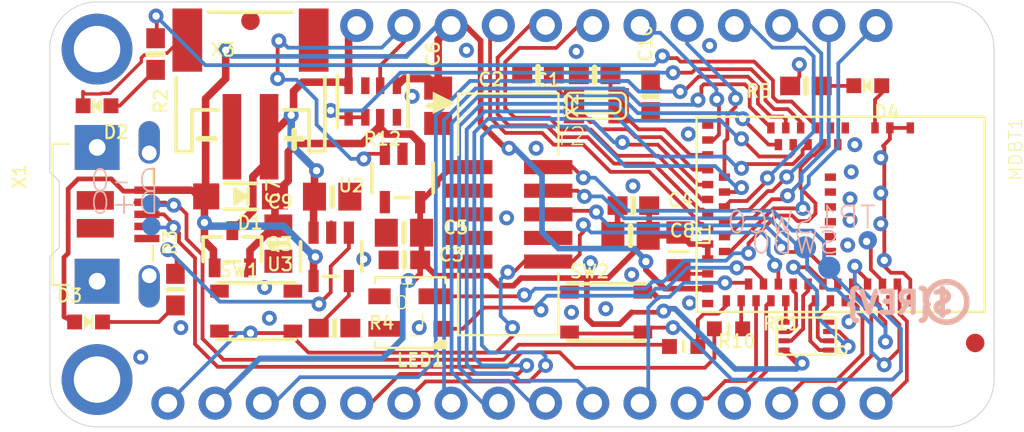
<source format=kicad_pcb>
(kicad_pcb (version 20241229) (generator "pcbnew") (generator_version "9.0")
  (layers (0 "F.Cu" signal) (2 "B.Cu" signal) (13 "F.Paste" user) (15 "B.Paste" user) (5 "F.SilkS" user "F.Silkscreen") (7 "B.SilkS" user "B.Silkscreen") (1 "F.Mask" user) (3 "B.Mask" user) (25 "Edge.Cuts" user))
  (net 0 "")
  (net 1 "GND")
  (net 2 "VBUS")
  (net 3 "N$7")
  (net 4 "N$8")
  (net 5 "SWDIO")
  (net 6 "SWCLK")
  (net 7 "SWO")
  (net 8 "AREF")
  (net 9 "3.3V")
  (net 10 "RESET")
  (net 11 "VBAT")
  (net 12 "N$1")
  (net 13 "N$11")
  (net 14 "N$12")
  (net 15 "EN")
  (net 16 "USBD+")
  (net 17 "USBD-")
  (net 18 "VHI")
  (net 19 "TXD")
  (net 20 "RXD")
  (net 21 "SDA")
  (net 22 "SCL")
  (net 23 "N$14")
  (net 24 "LED2")
  (net 25 "A0")
  (net 26 "A1")
  (net 27 "A2")
  (net 28 "A3")
  (net 29 "A4")
  (net 30 "A5")
  (net 31 "VDIV")
  (net 32 "QSPI_SCK")
  (net 33 "QSPI_DATA1")
  (net 34 "QSPI_DATA2")
  (net 35 "SCK")
  (net 36 "MOSI")
  (net 37 "MISO")
  (net 38 "QSPI_DATA3")
  (net 39 "QSPI_CS")
  (net 40 "QSPI_DATA0")
  (net 41 "NEOPIX")
  (net 42 "D+")
  (net 43 "D-")
  (net 44 "DCCH")
  (net 45 "LED1")
  (net 46 "D5")
  (net 47 "D6")
  (net 48 "D9")
  (net 49 "D10")
  (net 50 "D13")
  (net 51 "D11")
  (net 52 "D12")
  (net 53 "SWITCH")
  (net 54 "D2")
  (net 55 "N$5")
  (net 56 "NFC2")
  (net 57 "NEO_PWR")
  (footprint "Adafruit nRF52840 Bluefruit Feather Express Rev E:0603-NO" (layer "F.Cu") (at 163.7792 98.0948 180)
    (property "Reference" "R5")
    (property "Value" "4.7K")
  )
  (footprint "Adafruit nRF52840 Bluefruit Feather Express Rev E:_0805MP" (layer "F.Cu") (at 156.9212 106.9975 -90)
    (property "Reference" "L1")
    (property "Value" "DNP")
  )
  (footprint "Adafruit nRF52840 Bluefruit Feather Express Rev E:SOT23-5" (layer "F.Cu") (at 138.2395 107.2896 180)
    (property "Reference" "U3")
    (property "Value" "MCP73831T-2ACI/OT")
  )
  (footprint "Adafruit nRF52840 Bluefruit Feather Express Rev E:2X05_1.27MM_BOX_POSTS" (layer "F.Cu") (at 147.7645 105.0036 -90)
    (property "Reference" "X2")
    (property "Value" "2x5 0.05\"")
  )
  (footprint "Adafruit nRF52840 Bluefruit Feather Express Rev E:_0603MP" (layer "F.Cu") (at 157.2006 112.1156)
    (property "Reference" "R10")
    (property "Value" "22 ohm")
  )
  (footprint "Adafruit nRF52840 Bluefruit Feather Express Rev E:CHIPLED_0603_NOOUTLINE" (layer "F.Cu") (at 125.6411 99.1616 90)
    (property "Reference" "D2")
    (property "Value" "RED")
  )
  (footprint "Adafruit nRF52840 Bluefruit Feather Express Rev E:FIDUCIAL_1MM" (layer "F.Cu") (at 133.8961 94.5896)
    (property "Reference" "FID1" (hide yes))
    (property "Value" "FIDUCIAL_1MM" (hide yes))
  )
  (footprint "Adafruit nRF52840 Bluefruit Feather Express Rev E:LED3535_FULLPADS" (layer "F.Cu") (at 142.4879 110.2884 180)
    (property "Reference" "LED1")
    (property "Value" "WS2812B_3535FULL")
  )
  (footprint "Adafruit nRF52840 Bluefruit Feather Express Rev E:0603-NO" (layer "F.Cu") (at 142.1765 107.4547)
    (property "Reference" "C3")
    (property "Value" "0.1uF")
  )
  (footprint "Adafruit nRF52840 Bluefruit Feather Express Rev E:_0603MP" (layer "F.Cu") (at 159.6136 111.1631)
    (property "Reference" "R11")
    (property "Value" "22 ohm")
  )
  (footprint "Adafruit nRF52840 Bluefruit Feather Express Rev E:0603-NO" (layer "F.Cu") (at 138.4173 111.125)
    (property "Reference" "R4")
    (property "Value" "4.7K")
  )
  (footprint "Adafruit nRF52840 Bluefruit Feather Express Rev E:4UCONN_20329_V2" (layer "F.Cu") (at 126.9111 105.0036 -90)
    (property "Reference" "X1")
    (property "Value" "MicroUSB")
  )
  (footprint "Adafruit nRF52840 Bluefruit Feather Express Rev E:0603-NO" (layer "F.Cu") (at 154.4955 104.5337)
    (property "Reference" "C4")
    (property "Value" "0.1uF")
  )
  (footprint "Adafruit nRF52840 Bluefruit Feather Express Rev E:CHIPLED_0603_NOOUTLINE" (layer "F.Cu") (at 125.1839 110.7948 -90)
    (property "Reference" "D3")
    (property "Value" "ORANGE")
  )
  (footprint "Adafruit nRF52840 Bluefruit Feather Express Rev E:0805-NO" (layer "F.Cu") (at 135.3947 106.5784 90)
    (property "Reference" "C7")
    (property "Value" "10uF")
  )
  (footprint "Adafruit nRF52840 Bluefruit Feather Express Rev E:0603-NO" (layer "F.Cu") (at 152.4127 97.4979 180)
    (property "Reference" "C1")
    (property "Value" "22pF")
  )
  (footprint "Adafruit nRF52840 Bluefruit Feather Express Rev E:0805-NO" (layer "F.Cu") (at 142.1511 105.9942)
    (property "Reference" "C5")
    (property "Value" "10uF")
  )
  (footprint "Adafruit nRF52840 Bluefruit Feather Express Rev E:SOT23-R" (layer "F.Cu") (at 132.9182 106.8832)
    (property "Reference" "Q3")
    (property "Value" "AO3401")
  )
  (footprint "Adafruit nRF52840 Bluefruit Feather Express Rev E:0805-NO" (layer "F.Cu") (at 138.2903 104.0511 180)
    (property "Reference" "C9")
    (property "Value" "10uF")
  )
  (footprint "Adafruit nRF52840 Bluefruit Feather Express Rev E:FEATHERWING_NODIM" (layer "F.Cu") (at 123.1011 116.4336)
    (property "Reference" "MS1" (hide yes))
    (property "Value" "FEATHERWING_NODIM" (hide yes))
  )
  (footprint "Adafruit nRF52840 Bluefruit Feather Express Rev E:0805-NO" (layer "F.Cu") (at 143.9926 99.1616 90)
    (property "Reference" "C6")
    (property "Value" "10uF")
  )
  (footprint "Adafruit nRF52840 Bluefruit Feather Express Rev E:NRF52840_TOP" (layer "F.Cu") (at 123.1011 116.4336)
    (property "Reference" "U$14" (hide yes))
    (property "Value" "" (hide yes))
  )
  (footprint "Adafruit nRF52840 Bluefruit Feather Express Rev E:FIDUCIAL_1MM" (layer "F.Cu") (at 172.8851 111.9251)
    (property "Reference" "FID2" (hide yes))
    (property "Value" "FIDUCIAL_1MM" (hide yes))
  )
  (footprint "Adafruit nRF52840 Bluefruit Feather Express Rev E:USON8" (layer "F.Cu") (at 163.8046 111.5568 180)
    (property "Reference" "IC2" (hide yes))
    (property "Value" "GD25Q16" (hide yes))
  )
  (footprint "Adafruit nRF52840 Bluefruit Feather Express Rev E:BTN_RKB2_4.6X2.8" (layer "F.Cu") (at 153.035 110.2614)
    (property "Reference" "SW2")
    (property "Value" "RKB2")
  )
  (footprint "Adafruit nRF52840 Bluefruit Feather Express Rev E:SOD-123" (layer "F.Cu") (at 133.3627 104.0384 180)
    (property "Reference" "D1")
    (property "Value" "MBR0540")
  )
  (footprint "Adafruit nRF52840 Bluefruit Feather Express Rev E:BTN_RKB2_4.6X2.8" (layer "F.Cu") (at 134.2009 110.2106)
    (property "Reference" "SW1")
    (property "Value" "RKB2")
  )
  (footprint "Adafruit nRF52840 Bluefruit Feather Express Rev E:SOT23-5" (layer "F.Cu") (at 142.0749 103.0478 180)
    (property "Reference" "U2")
    (property "Value" "RT9080-3.3")
  )
  (footprint "Adafruit nRF52840 Bluefruit Feather Express Rev E:MDBT50" (layer "F.Cu") (at 165.6461 105.0036 -90)
    (property "Reference" "MDBT1")
    (property "Value" "MDBT50")
  )
  (footprint "Adafruit nRF52840 Bluefruit Feather Express Rev E:CHIPLED_0603_NOOUTLINE" (layer "F.Cu") (at 167.1066 98.0821 90)
    (property "Reference" "D4")
    (property "Value" "BLUE")
  )
  (footprint "Adafruit nRF52840 Bluefruit Feather Express Rev E:0603-NO" (layer "F.Cu") (at 155.4226 98.6536 90)
    (property "Reference" "C10")
    (property "Value" "0.1uF")
  )
  (footprint "Adafruit nRF52840 Bluefruit Feather Express Rev E:0603-NO" (layer "F.Cu") (at 128.7907 96.3803 -90)
    (property "Reference" "R2")
    (property "Value" "4.7K")
  )
  (footprint "Adafruit nRF52840 Bluefruit Feather Express Rev E:JSTPH2_BATT" (layer "F.Cu") (at 133.8961 98.5266)
    (property "Reference" "X3")
    (property "Value" "JSTPH")
  )
  (footprint "Adafruit nRF52840 Bluefruit Feather Express Rev E:XTAL3215" (layer "F.Cu") (at 152.5016 99.1616)
    (property "Reference" "Y2")
    (property "Value" "32.768 KHz")
  )
  (footprint "Adafruit nRF52840 Bluefruit Feather Express Rev E:0603-NO" (layer "F.Cu") (at 129.8575 109.0549 90)
    (property "Reference" "R3")
    (property "Value" "4.7K")
  )
  (footprint "Adafruit nRF52840 Bluefruit Feather Express Rev E:RESPACK_4X0603" (layer "F.Cu") (at 140.4747 98.933 180)
    (property "Reference" "R12")
    (property "Value" "100K Pack")
  )
  (footprint "Adafruit nRF52840 Bluefruit Feather Express Rev E:0805-NO" (layer "F.Cu") (at 154.3431 106.1593)
    (property "Reference" "C8")
    (property "Value" "10uF")
  )
  (footprint "Adafruit nRF52840 Bluefruit Feather Express Rev E:0603-NO" (layer "F.Cu") (at 149.3647 97.4598 180)
    (property "Reference" "C2")
    (property "Value" "22pF")
  )
  (footprint "Adafruit nRF52840 Bluefruit Feather Express Rev E:PCBFEAT-REV-056" (layer "B.Cu") (at 171.3428 109.7173 180)
    (property "Reference" "U$10" (hide yes))
    (property "Value" "" (hide yes))
  )
  (footprint "Adafruit nRF52840 Bluefruit Feather Express Rev E:TP10R_385" (layer "B.Cu") (at 128.5621 104.4321 180)
    (property "Reference" "D-0")
    (property "Value" "TPTP10R")
  )
  (footprint "Adafruit nRF52840 Bluefruit Feather Express Rev E:TP12R_385" (layer "B.Cu") (at 163.7284 106.7816 180)
    (property "Reference" "SWC0")
    (property "Value" "TPTP12R")
  )
  (footprint "Adafruit nRF52840 Bluefruit Feather Express Rev E:TP12R_385" (layer "B.Cu") (at 165.0365 107.8738 180)
    (property "Reference" "SWD0")
    (property "Value" "TPTP12R")
  )
  (footprint "Adafruit nRF52840 Bluefruit Feather Express Rev E:TP10R_385" (layer "B.Cu") (at 128.5621 105.6386 180)
    (property "Reference" "D+0")
    (property "Value" "TPTP10R")
  )
  (footprint "Adafruit nRF52840 Bluefruit Feather Express Rev E:TP10R_385" (layer "B.Cu") (at 167.1066 106.4006 180)
    (property "Reference" "TP1")
    (property "Value" "TPTP10R")
  )
  (footprint "Adafruit nRF52840 Bluefruit Feather Express Rev E:NRF52840_BOT" (layer "B.Cu") (at 173.9011 116.4336 180)
    (property "Reference" "U$12" (hide yes))
    (property "Value" "" (hide yes))
  )
  (gr_line (start 123.1011 102.7176) (end 123.1011 96.1136) (stroke (width 0.05)) (layer "Edge.Cuts"))
  (gr_arc (start 125.6411 116.4336) (mid 123.845049 115.689651) (end 123.1011 113.8936) (stroke (width 0.05)) (layer "Edge.Cuts"))
  (gr_line (start 123.1011 113.8936) (end 123.1011 107.2896) (stroke (width 0.05)) (layer "Edge.Cuts"))
  (gr_line (start 125.6411 93.5736) (end 171.3611 93.5736) (stroke (width 0.05)) (layer "Edge.Cuts"))
  (gr_line (start 173.9011 96.1136) (end 173.9011 113.8936) (stroke (width 0.05)) (layer "Edge.Cuts"))
  (gr_line (start 171.3611 116.4336) (end 125.6411 116.4336) (stroke (width 0.05)) (layer "Edge.Cuts"))
  (gr_line (start 123.6091 106.7816) (end 123.6091 103.2256) (stroke (width 0.05)) (layer "Edge.Cuts"))
  (gr_arc (start 123.1011 96.1136) (mid 123.845049 94.317549) (end 125.6411 93.5736) (stroke (width 0.05)) (layer "Edge.Cuts"))
  (gr_arc (start 173.9011 113.8936) (mid 173.157151 115.689651) (end 171.3611 116.4336) (stroke (width 0.05)) (layer "Edge.Cuts"))
  (gr_line (start 123.1011 107.2896) (end 123.6091 106.7816) (stroke (width 0.05)) (layer "Edge.Cuts"))
  (gr_arc (start 171.3611 93.5736) (mid 173.157151 94.317549) (end 173.9011 96.1136) (stroke (width 0.05)) (layer "Edge.Cuts"))
  (gr_line (start 123.6091 103.2256) (end 123.1011 102.7176) (stroke (width 0.05)) (layer "Edge.Cuts"))
  (segment (start 125.880631 98.4949) (end 125.848931 98.5266) (width 0.1778) (layer "F.Cu") (net 1))
  (segment (start 153.6455 105.9069) (end 153.6455 104.5337) (width 0.3048) (layer "F.Cu") (net 1))
  (segment (start 163.4236 97.6004) (end 162.9292 98.0948) (width 0.2032) (layer "F.Cu") (net 1))
  (segment (start 169.3961 108.52255) (end 169.02235 108.1488) (width 0.2032) (layer "F.Cu") (net 1))
  (segment (start 128.024 96.582332) (end 128.024 96.80195) (width 0.1778) (layer "F.Cu") (net 1))
  (segment (start 155.5033 109.1864) (end 155.807934 109.491035) (width 0.3048) (layer "F.Cu") (net 1))
  (segment (start 153.3931 106.1593) (end 153.6455 105.9069) (width 0.3048) (layer "F.Cu") (net 1))
  (segment (start 125.848931 98.5266) (end 125.0061 98.5266) (width 0.1778) (layer "F.Cu") (net 1))
  (segment (start 155.008 109.1864) (end 155.5033 109.1864) (width 0.3048) (layer "F.Cu") (net 1))
  (segment (start 168.3468 108.1488) (end 167.9956 107.7976) (width 0.2032) (layer "F.Cu") (net 1))
  (segment (start 124.8791 99.1496) (end 124.8911 99.1616) (width 0.1778) (layer "F.Cu") (net 1))
  (segment (start 169.3961 109.6536) (end 169.3961 108.52255) (width 0.2032) (layer "F.Cu") (net 1))
  (segment (start 163.4236 96.9391) (end 163.4236 97.6004) (width 0.2032) (layer "F.Cu") (net 1))
  (segment (start 130.4961 95.6296) (end 130.106068 95.6296) (width 0.1778) (layer "F.Cu") (net 1))
  (segment (start 128.8846 96.4261) (end 128.180231 96.4261) (width 0.1778) (layer "F.Cu") (net 1))
  (segment (start 169.3961 100.3536) (end 168.2961 100.3536) (width 0.2032) (layer "F.Cu") (net 1))
  (segment (start 124.8791 98.3996) (end 124.8791 99.1496) (width 0.1778) (layer "F.Cu") (net 1))
  (segment (start 168.2961 100.3536) (end 168.2961 100.9566) (width 0.2032) (layer "F.Cu") (net 1))
  (segment (start 138.2395 105.9895) (end 138.2395 105.4329) (width 0.2032) (layer "F.Cu") (net 1))
  (segment (start 128.180231 96.4261) (end 128.024 96.582332) (width 0.1778) (layer "F.Cu") (net 1))
  (segment (start 169.02235 108.1488) (end 168.3468 108.1488) (width 0.2032) (layer "F.Cu") (net 1))
  (segment (start 167.9956 101.3841) (end 167.9321 101.3206) (width 0.2032) (layer "F.Cu") (net 1))
  (segment (start 126.33105 98.4949) (end 125.880631 98.4949) (width 0.1778) (layer "F.Cu") (net 1))
  (segment (start 128.024 96.80195) (end 126.33105 98.4949) (width 0.1778) (layer "F.Cu") (net 1))
  (segment (start 130.106068 95.6296) (end 129.401168 96.3345) (width 0.1778) (layer "F.Cu") (net 1))
  (segment (start 167.9956 107.7976) (end 167.9956 101.3841) (width 0.2032) (layer "F.Cu") (net 1))
  (segment (start 125.0061 98.5266) (end 124.8791 98.3996) (width 0.1778) (layer "F.Cu") (net 1))
  (segment (start 167.9321 101.3206) (end 168.2961 100.9566) (width 0.2032) (layer "F.Cu") (net 1))
  (segment (start 129.401168 96.3345) (end 128.9762 96.3345) (width 0.1778) (layer "F.Cu") (net 1))
  (segment (start 128.9762 96.3345) (end 128.8846 96.4261) (width 0.1778) (layer "F.Cu") (net 1))
  (via (at 166.2176 102.7176) (size 0.8001) (drill 0.3937) (layers "F.Cu" "B.Cu") (net 1))
  (via (at 167.9956 107.4801) (size 0.8001) (drill 0.3937) (layers "F.Cu" "B.Cu") (net 1))
  (via (at 127.9906 112.6871) (size 0.8001) (drill 0.3937) (layers "F.Cu" "B.Cu") (net 1))
  (via (at 149.2631 101.4476) (size 0.8001) (drill 0.3937) (layers "F.Cu" "B.Cu") (net 1))
  (via (at 151.1681 110.2741) (size 0.8001) (drill 0.3937) (layers "F.Cu" "B.Cu") (net 1))
  (via (at 158.5976 95.9231) (size 0.8001) (drill 0.3937) (layers "F.Cu" "B.Cu") (net 1))
  (via (at 134.6581 108.9406) (size 0.8001) (drill 0.3937) (layers "F.Cu" "B.Cu") (net 1))
  (via (at 166.0271 106.6546) (size 0.8001) (drill 0.3937) (layers "F.Cu" "B.Cu") (net 1))
  (via (at 151.4221 96.2406) (size 0.8001) (drill 0.3937) (layers "F.Cu" "B.Cu") (net 1))
  (via (at 166.1541 104.1781) (size 0.8001) (drill 0.3937) (layers "F.Cu" "B.Cu") (net 1))
  (via (at 167.8051 101.9556) (size 0.8001) (drill 0.3937) (layers "F.Cu" "B.Cu") (net 1))
  (via (at 154.4066 108.2421) (size 0.8001) (drill 0.3937) (layers "F.Cu" "B.Cu") (net 1))
  (via (at 163.4236 96.9391) (size 0.8001) (drill 0.3937) (layers "F.Cu" "B.Cu") (net 1))
  (via (at 157.4546 100.6856) (size 0.8001) (drill 0.3937) (layers "F.Cu" "B.Cu") (net 1))
  (via (at 167.8051 105.5116) (size 0.8001) (drill 0.3937) (layers "F.Cu" "B.Cu") (net 1))
  (via (at 139.9921 107.4166) (size 0.8001) (drill 0.3937) (layers "F.Cu" "B.Cu") (net 1))
  (via (at 134.9121 110.5916) (size 0.8001) (drill 0.3937) (layers "F.Cu" "B.Cu") (net 1))
  (via (at 142.5956 98.6536) (size 0.8001) (drill 0.3937) (layers "F.Cu" "B.Cu") (net 1))
  (via (at 152.1841 107.6071) (size 0.8001) (drill 0.3937) (layers "F.Cu" "B.Cu") (net 1))
  (via (at 147.6756 105.1941) (size 0.8001) (drill 0.3937) (layers "F.Cu" "B.Cu") (net 1))
  (via (at 166.4081 101.2571) (size 0.8001) (drill 0.3937) (layers "F.Cu" "B.Cu") (net 1))
  (via (at 166.1541 105.3211) (size 0.8001) (drill 0.3937) (layers "F.Cu" "B.Cu") (net 1))
  (via (at 130.1496 111.0996) (size 0.8001) (drill 0.3937) (layers "F.Cu" "B.Cu") (net 1))
  (via (at 166.0906 110.7821) (size 0.8001) (drill 0.3937) (layers "F.Cu" "B.Cu") (net 1))
  (via (at 157.5181 109.7661) (size 0.8001) (drill 0.3937) (layers "F.Cu" "B.Cu") (net 1))
  (via (at 142.9766 111.0996) (size 0.8001) (drill 0.3937) (layers "F.Cu" "B.Cu") (net 1))
  (via (at 154.4701 103.4796) (size 0.8001) (drill 0.3937) (layers "F.Cu" "B.Cu") (net 1))
  (via (at 167.8051 103.8606) (size 0.8001) (drill 0.3937) (layers "F.Cu" "B.Cu") (net 1))
  (via (at 145.5166 96.1771) (size 0.8001) (drill 0.3937) (layers "F.Cu" "B.Cu") (net 1))
  (via (at 153.0096 110.0836) (size 0.8001) (drill 0.3937) (layers "F.Cu" "B.Cu") (net 1))
  (segment (start 127.893975 103.7036) (end 128.3211 103.7036) (width 0.254) (layer "F.Cu") (net 2))
  (segment (start 147.6121 101.4476) (end 146.2786 100.1141) (width 0.3048) (layer "F.Cu") (net 2))
  (segment (start 124.6251 103.0986) (end 126.4031 103.0986) (width 0.254) (layer "F.Cu") (net 2))
  (segment (start 143.4846 97.7036) (end 142.1541 97.7036) (width 0.4064) (layer "F.Cu") (net 2))
  (segment (start 131.4196 103.9453) (end 131.4196 105.4481) (width 0.4064) (layer "F.Cu") (net 2))
  (segment (start 131.9047 106.9307) (end 131.4196 106.4456) (width 0.4064) (layer "F.Cu") (net 2))
  (segment (start 146.2786 95.6691) (end 145.4531 94.8436) (width 0.3048) (layer "F.Cu") (net 2))
  (segment (start 143.9926 98.2116) (end 143.4846 97.7036) (width 0.4064) (layer "F.Cu") (net 2))
  (segment (start 131.5127 104.0384) (end 131.4831 104.0088) (width 0.4064) (layer "F.Cu") (net 2))
  (segment (start 124.4339 110.7948) (end 123.8631 110.524) (width 0.254) (layer "F.Cu") (net 2))
  (segment (start 124.0889 103.6348) (end 124.6251 103.0986) (width 0.254) (layer "F.Cu") (net 2))
  (segment (start 126.4031 103.0986) (end 127.0637 103.7592) (width 0.254) (layer "F.Cu") (net 2))
  (segment (start 143.9926 95.6081) (end 143.9926 98.2116) (width 0.4064) (layer "F.Cu") (net 2))
  (segment (start 158.4961 109.0036) (end 156.1841 109.0036) (width 0.3048) (layer "F.Cu") (net 2))
  (segment (start 131.0047 104.0384) (end 130.6699 103.7036) (width 0.254) (layer "F.Cu") (net 2))
  (segment (start 141.7747 98.083) (end 142.1541 97.7036) (width 0.4064) (layer "F.Cu") (net 2))
  (segment (start 137.3886 107.2896) (end 137.2895 107.2896) (width 0.4064) (layer "F.Cu") (net 2))
  (segment (start 123.8631 110.524) (end 123.8631 107.320419) (width 0.254) (layer "F.Cu") (net 2))
  (segment (start 131.4831 104.0088) (end 131.4196 103.9453) (width 0.4064) (layer "F.Cu") (net 2))
  (segment (start 131.9682 107.8832) (end 131.9047 107.8197) (width 0.4064) (layer "F.Cu") (net 2))
  (segment (start 127.838375 103.7592) (end 127.893975 103.7036) (width 0.254) (layer "F.Cu") (net 2))
  (segment (start 137.2895 108.5897) (end 137.2895 107.2896) (width 0.4064) (layer "F.Cu") (net 2))
  (segment (start 124.0889 107.094619) (end 123.8631 107.320419) (width 0.254) (layer "F.Cu") (net 2))
  (segment (start 131.4196 105.4481) (end 131.4196 106.4456) (width 0.4064) (layer "F.Cu") (net 2))
  (segment (start 131.9047 106.9307) (end 131.9047 107.8197) (width 0.4064) (layer "F.Cu") (net 2))
  (segment (start 156.1841 109.0036) (end 155.1686 107.9881) (width 0.3048) (layer "F.Cu") (net 2))
  (segment (start 155.1686 107.5436) (end 155.1686 107.9881) (width 0.3048) (layer "F.Cu") (net 2))
  (segment (start 147.8026 101.4476) (end 147.6121 101.4476) (width 0.3048) (layer "F.Cu") (net 2))
  (segment (start 132.5626 96.1771) (end 132.5626 97.7011) (width 0.4064) (layer "F.Cu") (net 2))
  (segment (start 132.5626 97.7011) (end 131.4831 98.7806) (width 0.4064) (layer "F.Cu") (net 2))
  (segment (start 131.4831 104.0088) (end 131.4831 98.7806) (width 0.4064) (layer "F.Cu") (net 2))
  (segment (start 130.6699 103.7036) (end 128.3211 103.7036) (width 0.4064) (layer "F.Cu") (net 2))
  (segment (start 144.6911 94.8436) (end 145.4531 94.8436) (width 0.3048) (layer "F.Cu") (net 2))
  (segment (start 144.6911 94.8436) (end 144.6911 94.9096) (width 0.254) (layer "F.Cu") (net 2))
  (segment (start 124.0889 103.6348) (end 124.0889 107.094619) (width 0.254) (layer "F.Cu") (net 2))
  (segment (start 131.0047 104.0384) (end 131.5127 104.0384) (width 0.254) (layer "F.Cu") (net 2))
  (segment (start 127.0637 103.7592) (end 127.838375 103.7592) (width 0.254) (layer "F.Cu") (net 2))
  (segment (start 146.2786 95.6691) (end 146.2786 100.1141) (width 0.3048) (layer "F.Cu") (net 2))
  (segment (start 144.6911 94.9096) (end 143.9926 95.6081) (width 0.4064) (layer "F.Cu") (net 2))
  (via (at 132.5626 96.1771) (size 0.8001) (drill 0.3937) (layers "F.Cu" "B.Cu") (net 2))
  (via (at 155.1686 107.5436) (size 0.8001) (drill 0.3937) (layers "F.Cu" "B.Cu") (net 2))
  (via (at 147.8026 101.4476) (size 0.8001) (drill 0.3937) (layers "F.Cu" "B.Cu") (net 2))
  (via (at 131.4196 105.4481) (size 0.8001) (drill 0.3937) (layers "F.Cu" "B.Cu") (net 2))
  (via (at 137.3886 107.2896) (size 0.8001) (drill 0.3937) (layers "F.Cu" "B.Cu") (net 2))
  (segment (start 149.5806 102.9081) (end 149.5806 105.9561) (width 0.3048) (layer "B.Cu") (net 2))
  (segment (start 150.4696 106.8451) (end 149.5806 105.9561) (width 0.3048) (layer "B.Cu") (net 2))
  (segment (start 137.3886 107.2896) (end 137.3886 107.3531) (width 0.4064) (layer "B.Cu") (net 2))
  (segment (start 142.2781 96.5073) (end 132.8928 96.5073) (width 0.254) (layer "B.Cu") (net 2))
  (segment (start 132.8928 96.5073) (end 132.5626 96.1771) (width 0.254) (layer "B.Cu") (net 2))
  (segment (start 135.6741 105.6386) (end 131.6101 105.6386) (width 0.4064) (layer "B.Cu") (net 2))
  (segment (start 137.3886 107.3531) (end 135.6741 105.6386) (width 0.4064) (layer "B.Cu") (net 2))
  (segment (start 144.6911 94.8436) (end 143.9418 94.8436) (width 0.254) (layer "B.Cu") (net 2))
  (segment (start 155.1686 107.5436) (end 155.1686 107.4801) (width 0.3048) (layer "B.Cu") (net 2))
  (segment (start 149.5806 102.9081) (end 148.1201 101.4476) (width 0.3048) (layer "B.Cu") (net 2))
  (segment (start 143.9418 94.8436) (end 142.2781 96.5073) (width 0.254) (layer "B.Cu") (net 2))
  (segment (start 148.1201 101.4476) (end 147.8026 101.4476) (width 0.3048) (layer "B.Cu") (net 2))
  (segment (start 131.6101 105.6386) (end 131.4196 105.4481) (width 0.4064) (layer "B.Cu") (net 2))
  (segment (start 155.1686 107.4801) (end 154.5336 106.8451) (width 0.3048) (layer "B.Cu") (net 2))
  (segment (start 154.5336 106.8451) (end 150.4696 106.8451) (width 0.3048) (layer "B.Cu") (net 2))
  (segment (start 153.57785 99.2378) (end 153.57785 99.03785) (width 0.2032) (layer "F.Cu") (net 3))
  (segment (start 157.5436 101.8036) (end 156.1716 100.4316) (width 0.2032) (layer "F.Cu") (net 3))
  (segment (start 153.2627 98.7227) (end 153.57785 99.03785) (width 0.2032) (layer "F.Cu") (net 3))
  (segment (start 154.77165 100.4316) (end 153.57785 99.2378) (width 0.2032) (layer "F.Cu") (net 3))
  (segment (start 156.1716 100.4316) (end 154.77165 100.4316) (width 0.2032) (layer "F.Cu") (net 3))
  (segment (start 153.57785 99.03785) (end 153.7016 99.1616) (width 0.2032) (layer "F.Cu") (net 3))
  (segment (start 158.4961 101.8036) (end 157.5436 101.8036) (width 0.2032) (layer "F.Cu") (net 3))
  (segment (start 153.2627 97.4979) (end 153.2627 98.7227) (width 0.2032) (layer "F.Cu") (net 3))
  (segment (start 155.9752 100.8507) (end 154.616012 100.8507) (width 0.2032) (layer "F.Cu") (net 4))
  (segment (start 152.758962 100.42525) (end 154.190562 100.42525) (width 0.2032) (layer "F.Cu") (net 4))
  (segment (start 150.2147 97.4598) (end 150.2147 98.0747) (width 0.2032) (layer "F.Cu") (net 4))
  (segment (start 151.3016 99.1616) (end 152.1779 100.0379) (width 0.2032) (layer "F.Cu") (net 4))
  (segment (start 152.1779 100.0379) (end 152.371612 100.0379) (width 0.2032) (layer "F.Cu") (net 4))
  (segment (start 157.7281 102.6036) (end 158.4961 102.6036) (width 0.2032) (layer "F.Cu") (net 4))
  (segment (start 157.7281 102.6036) (end 155.9752 100.8507) (width 0.2032) (layer "F.Cu") (net 4))
  (segment (start 154.190562 100.42525) (end 154.616012 100.8507) (width 0.2032) (layer "F.Cu") (net 4))
  (segment (start 152.371612 100.0379) (end 152.758962 100.42525) (width 0.2032) (layer "F.Cu") (net 4))
  (segment (start 150.2147 98.0747) (end 151.3016 99.1616) (width 0.2032) (layer "F.Cu") (net 4))
  (segment (start 149.7875 102.3366) (end 149.9145 102.4636) (width 0.2032) (layer "F.Cu") (net 5))
  (segment (start 151.8031 103.0351) (end 151.1046 102.3366) (width 0.2032) (layer "F.Cu") (net 5))
  (segment (start 168.0591 110.7821) (end 167.7501 110.4731) (width 0.2032) (layer "F.Cu") (net 5))
  (segment (start 167.4961 109.6536) (end 167.7501 109.9076) (width 0.2032) (layer "F.Cu") (net 5))
  (segment (start 167.7501 109.9076) (end 167.7501 110.4731) (width 0.2032) (layer "F.Cu") (net 5))
  (segment (start 151.1046 102.3366) (end 149.7875 102.3366) (width 0.2032) (layer "F.Cu") (net 5))
  (segment (start 168.0591 110.7821) (end 168.0591 111.8616) (width 0.2032) (layer "F.Cu") (net 5))
  (via (at 168.0591 111.8616) (size 0.8001) (drill 0.3937) (layers "F.Cu" "B.Cu") (net 5))
  (via (at 151.8031 103.0351) (size 0.8001) (drill 0.3937) (layers "F.Cu" "B.Cu") (net 5))
  (segment (start 163.065037 105.8799) (end 164.1348 105.8799) (width 0.2032) (layer "B.Cu") (net 5))
  (segment (start 165.0365 107.69595) (end 164.7571 107.41655) (width 0.2032) (layer "B.Cu") (net 5))
  (segment (start 165.0365 107.69595) (end 165.0365 107.8738) (width 0.2032) (layer "B.Cu") (net 5))
  (segment (start 152.4381 103.0351) (end 154.214331 104.811332) (width 0.2032) (layer "B.Cu") (net 5))
  (segment (start 165.0365 107.8738) (end 165.0365 108.073763) (width 0.2032) (layer "B.Cu") (net 5))
  (segment (start 154.214331 104.811332) (end 161.996468 104.811332) (width 0.2032) (layer "B.Cu") (net 5))
  (segment (start 168.0591 111.8616) (end 168.0591 111.096363) (width 0.2032) (layer "B.Cu") (net 5))
  (segment (start 151.8031 103.0351) (end 152.4381 103.0351) (width 0.2032) (layer "B.Cu") (net 5))
  (segment (start 164.7571 106.5022) (end 164.7571 107.41655) (width 0.2032) (layer "B.Cu") (net 5))
  (segment (start 161.996468 104.811332) (end 163.065037 105.8799) (width 0.2032) (layer "B.Cu") (net 5))
  (segment (start 164.7571 106.5022) (end 164.1348 105.8799) (width 0.2032) (layer "B.Cu") (net 5))
  (segment (start 168.0591 111.096363) (end 165.0365 108.073763) (width 0.2032) (layer "B.Cu") (net 5))
  (segment (start 151.4983 103.7336) (end 151.8031 104.0384) (width 0.2032) (layer "F.Cu") (net 6))
  (segment (start 151.8031 104.0384) (end 151.8666 104.0384) (width 0.2032) (layer "F.Cu") (net 6))
  (segment (start 168.8041 110.9236) (end 168.8041 112.281482) (width 0.2032) (layer "F.Cu") (net 6))
  (segment (start 168.2961 109.6536) (end 168.2961 110.4156) (width 0.2032) (layer "F.Cu") (net 6))
  (segment (start 168.8041 112.281482) (end 167.98955 113.096032) (width 0.2032) (layer "F.Cu") (net 6))
  (segment (start 149.9145 103.7336) (end 151.4983 103.7336) (width 0.2032) (layer "F.Cu") (net 6))
  (segment (start 168.8041 110.9236) (end 168.2961 110.4156) (width 0.2032) (layer "F.Cu") (net 6))
  (via (at 151.8666 104.0384) (size 0.8001) (drill 0.3937) (layers "F.Cu" "B.Cu") (net 6))
  (via (at 167.98955 113.096032) (size 0.8001) (drill 0.3937) (layers "F.Cu" "B.Cu") (net 6))
  (segment (start 163.8427 106.7943) (end 163.7665 106.7054) (width 0.2032) (layer "B.Cu") (net 6))
  (segment (start 162.814 106.172) (end 162.7505 106.172) (width 0.2032) (layer "B.Cu") (net 6))
  (segment (start 167.29105 110.90305) (end 167.29105 112.397532) (width 0.2032) (layer "B.Cu") (net 6))
  (segment (start 163.4236 106.7816) (end 162.814 106.172) (width 0.2032) (layer "B.Cu") (net 6))
  (segment (start 163.7665 106.7054) (end 163.7411 106.7308) (width 0.2032) (layer "B.Cu") (net 6))
  (segment (start 167.29105 112.397532) (end 167.98955 113.096032) (width 0.2032) (layer "B.Cu") (net 6))
  (segment (start 151.8666 104.0384) (end 152.8191 104.0384) (width 0.2032) (layer "B.Cu") (net 6))
  (segment (start 163.874406 107.965888) (end 164.966518 109.058) (width 0.2032) (layer "B.Cu") (net 6))
  (segment (start 163.7284 106.7816) (end 163.7284 106.7308) (width 0.2032) (layer "B.Cu") (net 6))
  (segment (start 165.446 109.058) (end 167.29105 110.90305) (width 0.2032) (layer "B.Cu") (net 6))
  (segment (start 163.7411 106.7308) (end 163.7284 106.7308) (width 0.2032) (layer "B.Cu") (net 6))
  (segment (start 163.8427 106.7943) (end 163.8427 107.965888) (width 0.2032) (layer "B.Cu") (net 6))
  (segment (start 162.7505 106.172) (end 161.796231 105.217732) (width 0.2032) (layer "B.Cu") (net 6))
  (segment (start 163.8427 107.965888) (end 163.874406 107.965888) (width 0.2032) (layer "B.Cu") (net 6))
  (segment (start 164.966518 109.058) (end 165.446 109.058) (width 0.2032) (layer "B.Cu") (net 6))
  (segment (start 153.998431 105.217732) (end 161.796231 105.217732) (width 0.2032) (layer "B.Cu") (net 6))
  (segment (start 152.8191 104.0384) (end 153.998431 105.217732) (width 0.2032) (layer "B.Cu") (net 6))
  (segment (start 163.7284 106.7816) (end 163.4236 106.7816) (width 0.2032) (layer "B.Cu") (net 6))
  (segment (start 163.9028 107.02925) (end 162.461512 107.02925) (width 0.2032) (layer "F.Cu") (net 7))
  (segment (start 152.4381 104.8131) (end 150.105 104.8131) (width 0.2032) (layer "F.Cu") (net 7))
  (segment (start 152.4381 104.8131) (end 152.5016 104.7496) (width 0.2032) (layer "F.Cu") (net 7))
  (segment (start 165.4961 108.7536) (end 165.4961 108.62255) (width 0.2032) (layer "F.Cu") (net 7))
  (segment (start 165.4961 108.62255) (end 163.9028 107.02925) (width 0.2032) (layer "F.Cu") (net 7))
  (segment (start 149.9145 105.0036) (end 150.105 104.8131) (width 0.2032) (layer "F.Cu") (net 7))
  (segment (start 162.461512 106.791188) (end 162.461512 107.02925) (width 0.2032) (layer "F.Cu") (net 7))
  (segment (start 152.5016 104.7496) (end 152.5016 104.8766) (width 0.2032) (layer "F.Cu") (net 7))
  (via (at 162.461512 106.791188) (size 0.8001) (drill 0.3937) (layers "F.Cu" "B.Cu") (net 7))
  (via (at 152.5016 104.8766) (size 0.8001) (drill 0.3937) (layers "F.Cu" "B.Cu") (net 7))
  (segment (start 162.525012 106.52745) (end 161.596293 105.598732) (width 0.2032) (layer "B.Cu") (net 7))
  (segment (start 152.5016 104.9401) (end 153.160231 105.598732) (width 0.2032) (layer "B.Cu") (net 7))
  (segment (start 162.461512 106.791188) (end 162.525012 106.727688) (width 0.2032) (layer "B.Cu") (net 7))
  (segment (start 162.525012 106.52745) (end 162.525012 106.727688) (width 0.2032) (layer "B.Cu") (net 7))
  (segment (start 152.5016 104.8766) (end 152.5016 104.9401) (width 0.2032) (layer "B.Cu") (net 7))
  (segment (start 153.160231 105.598732) (end 161.596293 105.598732) (width 0.2032) (layer "B.Cu") (net 7))
  (segment (start 161.1944 98.135663) (end 161.1944 99.0436) (width 0.2032) (layer "F.Cu") (net 8))
  (segment (start 160.658937 97.6002) (end 157.995968 97.6002) (width 0.2032) (layer "F.Cu") (net 8))
  (segment (start 161.8996 99.7488) (end 162.5503 99.7488) (width 0.2032) (layer "F.Cu") (net 8))
  (segment (start 156.0186 98.3996) (end 157.0101 98.3996) (width 0.2032) (layer "F.Cu") (net 8))
  (segment (start 157.196568 98.3996) (end 157.0101 98.3996) (width 0.2032) (layer "F.Cu") (net 8))
  (segment (start 160.658937 97.6002) (end 161.1944 98.135663) (width 0.2032) (layer "F.Cu") (net 8))
  (segment (start 161.1944 99.0436) (end 161.8996 99.7488) (width 0.2032) (layer "F.Cu") (net 8))
  (segment (start 156.0186 98.3996) (end 155.4226 97.8036) (width 0.2032) (layer "F.Cu") (net 8))
  (segment (start 162.6961 99.8946) (end 162.6961 100.3536) (width 0.2032) (layer "F.Cu") (net 8))
  (segment (start 162.6961 99.8946) (end 162.5503 99.7488) (width 0.2032) (layer "F.Cu") (net 8))
  (segment (start 157.995968 97.6002) (end 157.196568 98.3996) (width 0.2032) (layer "F.Cu") (net 8))
  (via (at 157.0101 98.3996) (size 0.8001) (drill 0.3937) (layers "F.Cu" "B.Cu") (net 8))
  (segment (start 136.5631 113.7666) (end 135.1661 115.1636) (width 0.2032) (layer "B.Cu") (net 8))
  (segment (start 143.8656 112.8141) (end 142.9131 113.7666) (width 0.2032) (layer "B.Cu") (net 8))
  (segment (start 143.8656 99.6696) (end 143.8656 112.8141) (width 0.2032) (layer "B.Cu") (net 8))
  (segment (start 157.0101 98.3996) (end 154.7876 98.3996) (width 0.2032) (layer "B.Cu") (net 8))
  (segment (start 145.7071 97.8281) (end 143.8656 99.6696) (width 0.2032) (layer "B.Cu") (net 8))
  (segment (start 154.7876 98.3996) (end 154.2161 97.8281) (width 0.2032) (layer "B.Cu") (net 8))
  (segment (start 142.9131 113.7666) (end 136.5631 113.7666) (width 0.2032) (layer "B.Cu") (net 8))
  (segment (start 135.1661 115.1636) (end 134.5311 115.1636) (width 0.2032) (layer "B.Cu") (net 8))
  (segment (start 154.2161 97.8281) (end 145.7071 97.8281) (width 0.2032) (layer "B.Cu") (net 8))
  (segment (start 148.454331 108.4326) (end 148.041581 108.84535) (width 0.3048) (layer "F.Cu") (net 9))
  (segment (start 156.7434 106.1593) (end 156.9212 105.9815) (width 0.3048) (layer "F.Cu") (net 9))
  (segment (start 163.310231 113.012432) (end 163.574381 113.012432) (width 0.3048) (layer "F.Cu") (net 9))
  (segment (start 143.0265 108.2167) (end 142.6836 108.5596) (width 0.3048) (layer "F.Cu") (net 9))
  (segment (start 143.1011 107.3801) (end 143.0265 107.4547) (width 0.3048) (layer "F.Cu") (net 9))
  (segment (start 143.0249 104.3479) (end 143.0249 105.4354) (width 0.3048) (layer "F.Cu") (net 9))
  (segment (start 153.7716 110.9091) (end 152.3111 110.9091) (width 0.3048) (layer "F.Cu") (net 9))
  (segment (start 155.3455 104.5337) (end 155.3455 106.1069) (width 0.3048) (layer "F.Cu") (net 9))
  (segment (start 143.0249 104.3479) (end 143.9589 103.4139) (width 0.3048) (layer "F.Cu") (net 9))
  (segment (start 143.0265 108.2167) (end 143.0265 107.4547) (width 0.3048) (layer "F.Cu") (net 9))
  (segment (start 143.9589 103.206307) (end 144.701606 102.4636) (width 0.3048) (layer "F.Cu") (net 9))
  (segment (start 147.26285 108.84535) (end 146.7231 108.3056) (width 0.3048) (layer "F.Cu") (net 9))
  (segment (start 143.3424 105.7529) (end 143.0249 105.4354) (width 0.3048) (layer "F.Cu") (net 9))
  (segment (start 158.4961 106.6036) (end 157.5433 106.6036) (width 0.3048) (layer "F.Cu") (net 9))
  (segment (start 156.058193 110.273507) (end 156.1211 110.2106) (width 0.254) (layer "F.Cu") (net 9))
  (segment (start 153.1366 108.4326) (end 151.9936 108.4326) (width 0.3048) (layer "F.Cu") (net 9))
  (segment (start 143.1011 105.9942) (end 143.1011 107.3801) (width 0.3048) (layer "F.Cu") (net 9))
  (segment (start 153.7716 110.9091) (end 154.407193 110.273507) (width 0.3048) (layer "F.Cu") (net 9))
  (segment (start 151.9936 110.5916) (end 151.9936 108.4326) (width 0.3048) (layer "F.Cu") (net 9))
  (segment (start 151.9936 108.4326) (end 148.454331 108.4326) (width 0.3048) (layer "F.Cu") (net 9))
  (segment (start 143.8774 108.3056) (end 143.0265 107.4547) (width 0.3048) (layer "F.Cu") (net 9))
  (segment (start 142.4051 108.5596) (end 142.6836 108.5596) (width 0.3048) (layer "F.Cu") (net 9))
  (segment (start 154.407193 110.273507) (end 156.058193 110.273507) (width 0.254) (layer "F.Cu") (net 9))
  (segment (start 158.4961 106.6036) (end 158.4961 107.4036) (width 0.3048) (layer "F.Cu") (net 9))
  (segment (start 155.3455 106.1069) (end 155.2931 106.1593) (width 0.3048) (layer "F.Cu") (net 9))
  (segment (start 143.9589 103.4139) (end 143.9589 103.206307) (width 0.3048) (layer "F.Cu") (net 9))
  (segment (start 148.041581 108.84535) (end 147.26285 108.84535) (width 0.3048) (layer "F.Cu") (net 9))
  (segment (start 157.5433 106.6036) (end 156.9212 105.9815) (width 0.3048) (layer "F.Cu") (net 9))
  (segment (start 146.7231 108.3056) (end 143.8774 108.3056) (width 0.3048) (layer "F.Cu") (net 9))
  (segment (start 144.701606 102.4636) (end 145.6145 102.4636) (width 0.3048) (layer "F.Cu") (net 9))
  (segment (start 155.2931 106.1593) (end 155.2931 106.2761) (width 0.3048) (layer "F.Cu") (net 9))
  (segment (start 156.7434 106.1593) (end 155.2931 106.1593) (width 0.3048) (layer "F.Cu") (net 9))
  (segment (start 143.3424 105.7529) (end 143.1011 105.9942) (width 0.4064) (layer "F.Cu") (net 9))
  (segment (start 152.3111 110.9091) (end 151.9936 110.5916) (width 0.3048) (layer "F.Cu") (net 9))
  (segment (start 163.310231 113.012432) (end 162.6046 112.3068) (width 0.3048) (layer "F.Cu") (net 9))
  (segment (start 155.2931 106.2761) (end 153.1366 108.4326) (width 0.3048) (layer "F.Cu") (net 9))
  (via (at 163.574381 113.012432) (size 0.8001) (drill 0.3937) (layers "F.Cu" "B.Cu") (net 9))
  (via (at 156.1211 110.2106) (size 0.8001) (drill 0.3937) (layers "F.Cu" "B.Cu") (net 9))
  (via (at 142.4051 108.5596) (size 0.8001) (drill 0.3937) (layers "F.Cu" "B.Cu") (net 9))
  (segment (start 156.2481 110.0836) (end 156.1211 110.2106) (width 0.3048) (layer "B.Cu") (net 9))
  (segment (start 142.0876 111.6711) (end 142.0876 108.8771) (width 0.3048) (layer "B.Cu") (net 9))
  (segment (start 163.264712 113.3221) (end 159.973434 113.3221) (width 0.3048) (layer "B.Cu") (net 9))
  (segment (start 141.0081 112.7506) (end 142.0876 111.6711) (width 0.3048) (layer "B.Cu") (net 9))
  (segment (start 141.0081 112.7506) (end 134.4041 112.7506) (width 0.3048) (layer "B.Cu") (net 9))
  (segment (start 163.574381 113.012432) (end 163.264712 113.3221) (width 0.3048) (layer "B.Cu") (net 9))
  (segment (start 159.973434 113.3221) (end 156.734934 110.0836) (width 0.3048) (layer "B.Cu") (net 9))
  (segment (start 142.0876 108.8771) (end 142.4051 108.5596) (width 0.3048) (layer "B.Cu") (net 9))
  (segment (start 156.2481 110.0836) (end 156.734934 110.0836) (width 0.3048) (layer "B.Cu") (net 9))
  (segment (start 131.9911 115.1636) (end 134.4041 112.7506) (width 0.3048) (layer "B.Cu") (net 9))
  (segment (start 151.22525 107.5436) (end 149.9145 107.5436) (width 0.2032) (layer "F.Cu") (net 10))
  (segment (start 151.6126 106.14025) (end 151.8031 105.94975) (width 0.2032) (layer "F.Cu") (net 10))
  (segment (start 162.2961 108.7536) (end 162.2961 107.9401) (width 0.2032) (layer "F.Cu") (net 10))
  (segment (start 136.1739 111.2856) (end 136.2509 111.6764) (width 0.2032) (layer "F.Cu") (net 10))
  (segment (start 147.9931 111.5568) (end 147.1041 112.4458) (width 0.2032) (layer "F.Cu") (net 10))
  (segment (start 148.6281 107.5436) (end 149.9145 107.5436) (width 0.2032) (layer "F.Cu") (net 10))
  (segment (start 132.2279 111.2856) (end 132.5319 111.3916) (width 0.2032) (layer "F.Cu") (net 10))
  (segment (start 133.8961 111.3916) (end 132.5319 111.3916) (width 0.2032) (layer "F.Cu") (net 10))
  (segment (start 135.8699 111.3916) (end 133.8961 111.3916) (width 0.2032) (layer "F.Cu") (net 10))
  (segment (start 151.8031 105.94975) (end 151.8031 105.56875) (width 0.2032) (layer "F.Cu") (net 10))
  (segment (start 151.6126 107.15625) (end 151.6126 106.14025) (width 0.2032) (layer "F.Cu") (net 10))
  (segment (start 162.2961 107.9401) (end 162.10104 107.745041) (width 0.2032) (layer "F.Cu") (net 10))
  (segment (start 147.9931 111.0996) (end 147.9931 111.5568) (width 0.2032) (layer "F.Cu") (net 10))
  (segment (start 136.2509 111.6764) (end 137.0203 112.4458) (width 0.2032) (layer "F.Cu") (net 10))
  (segment (start 137.0203 112.4458) (end 147.1041 112.4458) (width 0.2032) (layer "F.Cu") (net 10))
  (segment (start 148.6281 107.5436) (end 148.0566 108.1151) (width 0.2032) (layer "F.Cu") (net 10))
  (segment (start 148.0566 108.1151) (end 147.7391 108.1151) (width 0.2032) (layer "F.Cu") (net 10))
  (segment (start 151.6126 107.15625) (end 151.22525 107.5436) (width 0.2032) (layer "F.Cu") (net 10))
  (segment (start 135.8699 111.3916) (end 136.1739 111.2856) (width 0.2032) (layer "F.Cu") (net 10))
  (via (at 133.8961 111.3916) (size 0.8001) (drill 0.3937) (layers "F.Cu" "B.Cu") (net 10))
  (via (at 147.9931 111.0996) (size 0.8001) (drill 0.3937) (layers "F.Cu" "B.Cu") (net 10))
  (via (at 162.10104 107.745041) (size 0.8001) (drill 0.3937) (layers "F.Cu" "B.Cu") (net 10))
  (via (at 151.8031 105.56875) (size 0.8001) (drill 0.3937) (layers "F.Cu" "B.Cu") (net 10))
  (via (at 147.7391 108.1151) (size 0.8001) (drill 0.3937) (layers "F.Cu" "B.Cu") (net 10))
  (segment (start 162.10104 107.745041) (end 162.10104 107.4801) (width 0.2032) (layer "B.Cu") (net 10))
  (segment (start 147.7391 108.1151) (end 147.3581 108.4961) (width 0.2032) (layer "B.Cu") (net 10))
  (segment (start 151.8031 105.56875) (end 152.21409 105.979741) (width 0.2032) (layer "B.Cu") (net 10))
  (segment (start 161.41524 105.979741) (end 161.7726 106.3371) (width 0.2032) (layer "B.Cu") (net 10))
  (segment (start 147.3581 108.4961) (end 147.3581 110.4646) (width 0.2032) (layer "B.Cu") (net 10))
  (segment (start 133.8961 111.3916) (end 133.2231 111.3916) (width 0.2032) (layer "B.Cu") (net 10))
  (segment (start 147.9931 111.0996) (end 147.3581 110.4646) (width 0.2032) (layer "B.Cu") (net 10))
  (segment (start 152.21409 105.979741) (end 161.41524 105.979741) (width 0.2032) (layer "B.Cu") (net 10))
  (segment (start 162.10104 107.4801) (end 161.7726 107.15166) (width 0.2032) (layer "B.Cu") (net 10))
  (segment (start 161.7726 106.3371) (end 161.7726 107.15166) (width 0.2032) (layer "B.Cu") (net 10))
  (segment (start 129.4511 115.1636) (end 133.2231 111.3916) (width 0.2032) (layer "B.Cu") (net 10))
  (segment (start 136.0873 99.6696) (end 134.877381 100.879519) (width 0.4064) (layer "F.Cu") (net 11))
  (segment (start 137.3403 104.0511) (end 137.2895 104.1019) (width 0.4064) (layer "F.Cu") (net 11))
  (segment (start 139.1747 95.28) (end 139.1747 98.083) (width 0.4064) (layer "F.Cu") (net 11))
  (segment (start 136.2143 98.3764) (end 136.2143 99.5426) (width 0.4064) (layer "F.Cu") (net 11))
  (segment (start 139.6111 94.8436) (end 139.1747 95.28) (width 0.4064) (layer "F.Cu") (net 11))
  (segment (start 134.0231 102.9716) (end 134.0231 104.8131) (width 0.4064) (layer "F.Cu") (net 11))
  (segment (start 134.0231 102.9716) (end 134.8961 102.0986) (width 0.4064) (layer "F.Cu") (net 11))
  (segment (start 137.3403 102.7659) (end 137.3403 104.0511) (width 0.4064) (layer "F.Cu") (net 11))
  (segment (start 136.2143 99.5426) (end 136.0873 99.6696) (width 0.4064) (layer "F.Cu") (net 11))
  (segment (start 136.6982 97.8925) (end 136.2143 98.3764) (width 0.4064) (layer "F.Cu") (net 11))
  (segment (start 134.0231 104.8131) (end 132.953 105.8832) (width 0.4064) (layer "F.Cu") (net 11))
  (segment (start 134.8961 100.8296) (end 134.877381 100.879519) (width 0.4064) (layer "F.Cu") (net 11))
  (segment (start 132.953 105.8832) (end 132.9182 105.8832) (width 0.4064) (layer "F.Cu") (net 11))
  (segment (start 139.1747 98.083) (end 138.9842 97.8925) (width 0.4064) (layer "F.Cu") (net 11))
  (segment (start 137.4521 102.6541) (end 137.3403 102.7659) (width 0.4064) (layer "F.Cu") (net 11))
  (segment (start 138.9842 97.8925) (end 136.6982 97.8925) (width 0.4064) (layer "F.Cu") (net 11))
  (segment (start 134.8961 102.0986) (end 134.8961 100.8296) (width 0.4064) (layer "F.Cu") (net 11))
  (segment (start 137.2895 104.1019) (end 137.2895 105.9895) (width 0.4064) (layer "F.Cu") (net 11))
  (via (at 137.4521 102.6541) (size 0.8001) (drill 0.3937) (layers "F.Cu" "B.Cu") (net 11))
  (via (at 136.0873 99.6696) (size 0.8001) (drill 0.3937) (layers "F.Cu" "B.Cu") (net 11))
  (segment (start 136.0873 99.6696) (end 136.0873 101.2893) (width 0.4064) (layer "B.Cu") (net 11))
  (segment (start 137.4521 102.6541) (end 136.0873 101.2893) (width 0.4064) (layer "B.Cu") (net 11))
  (segment (start 129.8575 109.9049) (end 128.9676 110.7948) (width 0.2032) (layer "F.Cu") (net 12))
  (segment (start 128.9676 110.7948) (end 125.9339 110.7948) (width 0.2032) (layer "F.Cu") (net 12))
  (segment (start 129.921 107.3785) (end 129.4511 106.9086) (width 0.2032) (layer "F.Cu") (net 13))
  (segment (start 129.921 108.1414) (end 129.8575 108.2049) (width 0.2032) (layer "F.Cu") (net 13))
  (segment (start 139.1895 106.8222) (end 138.2141 107.7976) (width 0.2032) (layer "F.Cu") (net 13))
  (segment (start 129.921 107.3785) (end 129.921 108.1414) (width 0.2032) (layer "F.Cu") (net 13))
  (segment (start 139.1895 105.9895) (end 139.1895 106.8222) (width 0.2032) (layer "F.Cu") (net 13))
  (segment (start 138.2141 109.1946) (end 137.5791 109.8296) (width 0.2032) (layer "F.Cu") (net 13))
  (segment (start 138.2141 107.7976) (end 138.2141 109.1946) (width 0.2032) (layer "F.Cu") (net 13))
  (via (at 137.5791 109.8296) (size 0.8001) (drill 0.3937) (layers "F.Cu" "B.Cu") (net 13))
  (via (at 129.4511 106.9086) (size 0.8001) (drill 0.3937) (layers "F.Cu" "B.Cu") (net 13))
  (segment (start 132.2451 109.7026) (end 129.4511 106.9086) (width 0.2032) (layer "B.Cu") (net 13))
  (segment (start 137.5791 109.8296) (end 137.4521 109.7026) (width 0.2032) (layer "B.Cu") (net 13))
  (segment (start 137.4521 109.7026) (end 132.2451 109.7026) (width 0.2032) (layer "B.Cu") (net 13))
  (segment (start 137.5673 110.998) (end 137.5673 111.125) (width 0.2032) (layer "F.Cu") (net 14))
  (segment (start 139.1895 108.5897) (end 139.1895 109.3758) (width 0.2032) (layer "F.Cu") (net 14))
  (segment (start 139.1895 109.3758) (end 137.5673 110.998) (width 0.2032) (layer "F.Cu") (net 14))
  (segment (start 140.8747 97.009) (end 140.8747 98.083) (width 0.2032) (layer "F.Cu") (net 15))
  (segment (start 139.9921 101.7477) (end 139.9921 102.0191) (width 0.2032) (layer "F.Cu") (net 15))
  (segment (start 142.1511 94.8436) (end 142.1511 95.7326) (width 0.2032) (layer "F.Cu") (net 15))
  (segment (start 141.1249 101.7477) (end 139.9921 101.7477) (width 0.2032) (layer "F.Cu") (net 15))
  (segment (start 135.3566 95.7326) (end 135.4201 95.6691) (width 0.2032) (layer "F.Cu") (net 15))
  (segment (start 135.3566 97.7011) (end 135.3566 95.7326) (width 0.2032) (layer "F.Cu") (net 15))
  (segment (start 142.1511 95.7326) (end 140.8747 97.009) (width 0.2032) (layer "F.Cu") (net 15))
  (via (at 135.4201 95.6691) (size 0.8001) (drill 0.3937) (layers "F.Cu" "B.Cu") (net 15))
  (via (at 135.3566 97.7011) (size 0.8001) (drill 0.3937) (layers "F.Cu" "B.Cu") (net 15))
  (via (at 139.9921 102.0191) (size 0.8001) (drill 0.3937) (layers "F.Cu" "B.Cu") (net 15))
  (segment (start 135.4201 95.6691) (end 135.5471 95.6691) (width 0.2032) (layer "B.Cu") (net 15))
  (segment (start 140.9573 96.0374) (end 142.1511 94.8436) (width 0.2032) (layer "B.Cu") (net 15))
  (segment (start 139.9921 102.0191) (end 139.2936 102.0191) (width 0.2032) (layer "B.Cu") (net 15))
  (segment (start 137.4521 98.8441) (end 136.3726 97.7646) (width 0.2032) (layer "B.Cu") (net 15))
  (segment (start 135.5471 95.6691) (end 135.9154 96.0374) (width 0.2032) (layer "B.Cu") (net 15))
  (segment (start 135.4201 97.7646) (end 135.3566 97.7011) (width 0.2032) (layer "B.Cu") (net 15))
  (segment (start 140.9573 96.0374) (end 135.9154 96.0374) (width 0.2032) (layer "B.Cu") (net 15))
  (segment (start 136.3726 97.7646) (end 135.4201 97.7646) (width 0.2032) (layer "B.Cu") (net 15))
  (segment (start 137.4521 98.8441) (end 137.4521 100.1776) (width 0.2032) (layer "B.Cu") (net 15))
  (segment (start 139.2936 102.0191) (end 137.4521 100.1776) (width 0.2032) (layer "B.Cu") (net 15))
  (segment (start 160.2961 111.062622) (end 160.3756 111.1631) (width 0.2032) (layer "F.Cu") (net 16))
  (segment (start 160.2961 109.6536) (end 160.2961 111.062622) (width 0.2032) (layer "F.Cu") (net 16))
  (segment (start 159.4961 109.6536) (end 159.4961 109.9076) (width 0.2032) (layer "F.Cu") (net 17))
  (segment (start 159.0516 110.3521) (end 158.2901 110.3521) (width 0.2032) (layer "F.Cu") (net 17))
  (segment (start 157.9626 112.1156) (end 157.9626 110.6796) (width 0.2032) (layer "F.Cu") (net 17))
  (segment (start 158.2901 110.3521) (end 157.9626 110.6796) (width 0.2032) (layer "F.Cu") (net 17))
  (segment (start 159.4961 109.9076) (end 159.0516 110.3521) (width 0.2032) (layer "F.Cu") (net 17))
  (segment (start 142.5321 100.6856) (end 141.1986 100.6856) (width 0.4064) (layer "F.Cu") (net 18))
  (segment (start 135.2855 105.5192) (end 135.3947 105.6284) (width 0.4064) (layer "F.Cu") (net 18))
  (segment (start 139.9158 101.1936) (end 136.3726 101.1936) (width 0.4064) (layer "F.Cu") (net 18))
  (segment (start 141.1986 100.6856) (end 140.8112 100.2982) (width 0.4064) (layer "F.Cu") (net 18))
  (segment (start 135.9281 103.196) (end 135.2127 103.9114) (width 0.4064) (layer "F.Cu") (net 18))
  (segment (start 135.2127 104.0384) (end 135.2127 103.9114) (width 0.4064) (layer "F.Cu") (net 18))
  (segment (start 135.2127 105.4464) (end 135.2855 105.5192) (width 0.4064) (layer "F.Cu") (net 18))
  (segment (start 140.8747 99.783) (end 140.8747 100.2347) (width 0.4064) (layer "F.Cu") (net 18))
  (segment (start 135.2127 104.0384) (end 135.2127 105.4464) (width 0.4064) (layer "F.Cu") (net 18))
  (segment (start 140.8112 100.2982) (end 139.9158 101.1936) (width 0.4064) (layer "F.Cu") (net 18))
  (segment (start 143.0249 101.1784) (end 142.5321 100.6856) (width 0.4064) (layer "F.Cu") (net 18))
  (segment (start 133.8682 106.9365) (end 133.8682 107.8832) (width 0.4064) (layer "F.Cu") (net 18))
  (segment (start 133.8682 106.9365) (end 135.2855 105.5192) (width 0.4064) (layer "F.Cu") (net 18))
  (segment (start 136.3726 101.1936) (end 135.9281 101.6381) (width 0.4064) (layer "F.Cu") (net 18))
  (segment (start 143.0249 101.1784) (end 143.0249 101.7477) (width 0.4064) (layer "F.Cu") (net 18))
  (segment (start 140.8747 100.2347) (end 140.8112 100.2982) (width 0.4064) (layer "F.Cu") (net 18))
  (segment (start 135.9281 101.6381) (end 135.9281 103.196) (width 0.4064) (layer "F.Cu") (net 18))
  (segment (start 167.2971 110.4011) (end 167.2971 112.6236) (width 0.2032) (layer "F.Cu") (net 19))
  (segment (start 165.0111 115.1636) (end 165.0111 114.9096) (width 0.2032) (layer "F.Cu") (net 19))
  (segment (start 166.2961 109.12255) (end 166.2961 108.7536) (width 0.2032) (layer "F.Cu") (net 19))
  (segment (start 167.2971 112.6236) (end 165.0111 114.9096) (width 0.2032) (layer "F.Cu") (net 19))
  (segment (start 166.9724 109.79885) (end 166.9724 110.0764) (width 0.2032) (layer "F.Cu") (net 19))
  (segment (start 166.9724 109.79885) (end 166.2961 109.12255) (width 0.2032) (layer "F.Cu") (net 19))
  (segment (start 167.2971 110.4011) (end 166.9724 110.0764) (width 0.2032) (layer "F.Cu") (net 19))
  (segment (start 166.819231 112.526732) (end 165.376162 113.9698) (width 0.2032) (layer "F.Cu") (net 20))
  (segment (start 166.566 109.967188) (end 166.252412 109.6536) (width 0.2032) (layer "F.Cu") (net 20))
  (segment (start 166.252412 109.6536) (end 165.8961 109.6536) (width 0.2032) (layer "F.Cu") (net 20))
  (segment (start 166.819231 112.526732) (end 166.819231 110.497969) (width 0.2032) (layer "F.Cu") (net 20))
  (segment (start 166.819231 110.497969) (end 166.566 110.244738) (width 0.2032) (layer "F.Cu") (net 20))
  (segment (start 163.6649 113.9698) (end 165.376162 113.9698) (width 0.2032) (layer "F.Cu") (net 20))
  (segment (start 166.566 110.244738) (end 166.566 109.967188) (width 0.2032) (layer "F.Cu") (net 20))
  (segment (start 162.4711 115.1636) (end 163.6649 113.9698) (width 0.2032) (layer "F.Cu") (net 20))
  (segment (start 163.076525 104.67975) (end 163.070175 104.6861) (width 0.2032) (layer "F.Cu") (net 21))
  (segment (start 159.7136 107.0036) (end 162.03745 104.67975) (width 0.2032) (layer "F.Cu") (net 21))
  (segment (start 163.6141 104.6861) (end 163.070175 104.6861) (width 0.2032) (layer "F.Cu") (net 21))
  (segment (start 162.03745 104.67975) (end 163.076525 104.67975) (width 0.2032) (layer "F.Cu") (net 21))
  (segment (start 159.3961 107.0036) (end 159.7136 107.0036) (width 0.2032) (layer "F.Cu") (net 21))
  (via (at 163.6141 104.6861) (size 0.8001) (drill 0.3937) (layers "F.Cu" "B.Cu") (net 21))
  (segment (start 163.561815 103.744816) (end 163.561815 104.633816) (width 0.2032) (layer "B.Cu") (net 21))
  (segment (start 165.5191 101.3841) (end 163.9316 102.9716) (width 0.2032) (layer "B.Cu") (net 21))
  (segment (start 163.9316 103.375032) (end 163.561815 103.744816) (width 0.2032) (layer "B.Cu") (net 21))
  (segment (start 163.9316 102.9716) (end 163.9316 103.375032) (width 0.2032) (layer "B.Cu") (net 21))
  (segment (start 163.561815 104.633816) (end 163.6141 104.6861) (width 0.2032) (layer "B.Cu") (net 21))
  (segment (start 165.5191 96.8756) (end 167.5511 94.8436) (width 0.2032) (layer "B.Cu") (net 21))
  (segment (start 165.5191 96.8756) (end 165.5191 101.3841) (width 0.2032) (layer "B.Cu") (net 21))
  (segment (start 160.5391 105.1876) (end 159.5231 106.2036) (width 0.2032) (layer "F.Cu") (net 22))
  (segment (start 162.604587 104.1908) (end 161.9565 104.1908) (width 0.2032) (layer "F.Cu") (net 22))
  (segment (start 160.9597 105.1876) (end 160.5391 105.1876) (width 0.2032) (layer "F.Cu") (net 22))
  (segment (start 161.9565 104.1908) (end 160.9597 105.1876) (width 0.2032) (layer "F.Cu") (net 22))
  (segment (start 162.795087 104.0003) (end 162.604587 104.1908) (width 0.2032) (layer "F.Cu") (net 22))
  (segment (start 159.5231 106.2036) (end 159.3961 106.2036) (width 0.2032) (layer "F.Cu") (net 22))
  (via (at 162.795087 104.0003) (size 0.8001) (drill 0.3937) (layers "F.Cu" "B.Cu") (net 22))
  (segment (start 163.12515 103.642663) (end 163.12515 103.670238) (width 0.2032) (layer "B.Cu") (net 22))
  (segment (start 165.0111 94.8436) (end 165.0111 101.339788) (width 0.2032) (layer "B.Cu") (net 22))
  (segment (start 163.5506 102.800288) (end 163.5506 103.217213) (width 0.2032) (layer "B.Cu") (net 22))
  (segment (start 165.0111 101.339788) (end 163.5506 102.800288) (width 0.2032) (layer "B.Cu") (net 22))
  (segment (start 163.12515 103.670238) (end 162.795087 104.0003) (width 0.2032) (layer "B.Cu") (net 22))
  (segment (start 163.5506 103.217213) (end 163.12515 103.642663) (width 0.2032) (layer "B.Cu") (net 22))
  (segment (start 164.6292 98.0948) (end 166.0439 98.0948) (width 0.2032) (layer "F.Cu") (net 23))
  (segment (start 166.0439 98.0948) (end 166.3566 98.0821) (width 0.2032) (layer "F.Cu") (net 23))
  (segment (start 167.4961 98.83985) (end 168.1566 98.17935) (width 0.2032) (layer "F.Cu") (net 24))
  (segment (start 168.1566 98.17935) (end 167.8566 98.0821) (width 0.2032) (layer "F.Cu") (net 24))
  (segment (start 167.4961 100.3536) (end 167.4961 98.83985) (width 0.2032) (layer "F.Cu") (net 24))
  (segment (start 157.953362 103.4036) (end 155.806862 101.2571) (width 0.2032) (layer "F.Cu") (net 25))
  (segment (start 154.0256 101.2571) (end 153.8986 101.1301) (width 0.2032) (layer "F.Cu") (net 25))
  (segment (start 148.7551 113.1316) (end 148.2979 113.5888) (width 0.2032) (layer "F.Cu") (net 25))
  (segment (start 148.2979 113.5888) (end 141.9479 113.5888) (width 0.2032) (layer "F.Cu") (net 25))
  (segment (start 141.9479 113.5888) (end 140.3731 115.1636) (width 0.2032) (layer "F.Cu") (net 25))
  (segment (start 140.3731 115.1636) (end 139.6111 115.1636) (width 0.2032) (layer "F.Cu") (net 25))
  (segment (start 155.806862 101.2571) (end 154.0256 101.2571) (width 0.2032) (layer "F.Cu") (net 25))
  (segment (start 158.4961 103.4036) (end 157.953362 103.4036) (width 0.2032) (layer "F.Cu") (net 25))
  (via (at 148.7551 113.1316) (size 0.8001) (drill 0.3937) (layers "F.Cu" "B.Cu") (net 25))
  (via (at 153.8986 101.1301) (size 0.8001) (drill 0.3937) (layers "F.Cu" "B.Cu") (net 25))
  (segment (start 146.3421 113.1316) (end 145.937443 112.726944) (width 0.2032) (layer "B.Cu") (net 25))
  (segment (start 148.7551 113.1316) (end 146.3421 113.1316) (width 0.2032) (layer "B.Cu") (net 25))
  (segment (start 153.8986 101.1301) (end 153.4541 101.1301) (width 0.2032) (layer "B.Cu") (net 25))
  (segment (start 145.937443 100.598444) (end 145.937443 112.726944) (width 0.2032) (layer "B.Cu") (net 25))
  (segment (start 146.663087 99.8728) (end 145.937443 100.598444) (width 0.2032) (layer "B.Cu") (net 25))
  (segment (start 153.4541 101.1301) (end 152.1968 99.8728) (width 0.2032) (layer "B.Cu") (net 25))
  (segment (start 152.1968 99.8728) (end 146.663087 99.8728) (width 0.2032) (layer "B.Cu") (net 25))
  (segment (start 159.3961 103.8036) (end 160.07695 103.8036) (width 0.2032) (layer "F.Cu") (net 26))
  (segment (start 148.9075 113.9952) (end 143.3195 113.9952) (width 0.2032) (layer "F.Cu") (net 26))
  (segment (start 160.3121 103.56845) (end 160.07695 103.8036) (width 0.2032) (layer "F.Cu") (net 26))
  (segment (start 142.1511 115.1636) (end 143.3195 113.9952) (width 0.2032) (layer "F.Cu") (net 26))
  (segment (start 148.9075 113.9952) (end 149.7711 113.1316) (width 0.2032) (layer "F.Cu") (net 26))
  (via (at 149.7711 113.1316) (size 0.8001) (drill 0.3937) (layers "F.Cu" "B.Cu") (net 26))
  (via (at 160.3121 103.56845) (size 0.8001) (drill 0.3937) (layers "F.Cu" "B.Cu") (net 26))
  (segment (start 149.7711 112.642788) (end 149.7711 113.1316) (width 0.2032) (layer "B.Cu") (net 26))
  (segment (start 151.9301 100.2792) (end 146.894925 100.2792) (width 0.2032) (layer "B.Cu") (net 26))
  (segment (start 154.05735 102.40645) (end 151.9301 100.2792) (width 0.2032) (layer "B.Cu") (net 26))
  (segment (start 149.7711 112.642788) (end 149.555062 112.42675) (width 0.2032) (layer "B.Cu") (net 26))
  (segment (start 146.894925 100.2792) (end 146.343843 100.830282) (width 0.2032) (layer "B.Cu") (net 26))
  (segment (start 160.0581 103.56845) (end 158.8961 102.40645) (width 0.2032) (layer "B.Cu") (net 26))
  (segment (start 149.555062 112.42675) (end 146.718493 112.42675) (width 0.2032) (layer "B.Cu") (net 26))
  (segment (start 146.343843 100.830282) (end 146.343843 112.0521) (width 0.2032) (layer "B.Cu") (net 26))
  (segment (start 146.718493 112.42675) (end 146.343843 112.0521) (width 0.2032) (layer "B.Cu") (net 26))
  (segment (start 160.3121 103.56845) (end 160.0581 103.56845) (width 0.2032) (layer "B.Cu") (net 26))
  (segment (start 158.8961 102.40645) (end 154.05735 102.40645) (width 0.2032) (layer "B.Cu") (net 26))
  (segment (start 158.1531 98.1456) (end 158.2921 98.0066) (width 0.2032) (layer "F.Cu") (net 27))
  (segment (start 158.2921 98.0066) (end 160.4906 98.0066) (width 0.2032) (layer "F.Cu") (net 27))
  (segment (start 160.7566 98.2726) (end 160.4906 98.0066) (width 0.2032) (layer "F.Cu") (net 27))
  (segment (start 160.7566 98.2726) (end 160.7566 99.2141) (width 0.2032) (layer "F.Cu") (net 27))
  (segment (start 160.7566 99.2141) (end 161.8961 100.3536) (width 0.2032) (layer "F.Cu") (net 27))
  (segment (start 158.1531 98.1456) (end 158.1531 98.675482) (width 0.2032) (layer "F.Cu") (net 27))
  (segment (start 158.1531 98.675482) (end 157.97354 98.855041) (width 0.2032) (layer "F.Cu") (net 27))
  (via (at 157.97354 98.855041) (size 0.8001) (drill 0.3937) (layers "F.Cu" "B.Cu") (net 27))
  (segment (start 153.9875 98.2345) (end 146.002437 98.2345) (width 0.2032) (layer "B.Cu") (net 27))
  (segment (start 144.3101 99.926838) (end 144.3101 114.7826) (width 0.2032) (layer "B.Cu") (net 27))
  (segment (start 157.97354 98.855041) (end 157.71954 99.109041) (width 0.2032) (layer "B.Cu") (net 27))
  (segment (start 146.002437 98.2345) (end 144.3101 99.926838) (width 0.2032) (layer "B.Cu") (net 27))
  (segment (start 154.86204 99.109041) (end 153.9875 98.2345) (width 0.2032) (layer "B.Cu") (net 27))
  (segment (start 144.3101 114.7826) (end 144.6911 115.1636) (width 0.2032) (layer "B.Cu") (net 27))
  (segment (start 157.71954 99.109041) (end 154.86204 99.109041) (width 0.2032) (layer "B.Cu") (net 27))
  (segment (start 162.2961 101.2536) (end 161.7691 101.2536) (width 0.2032) (layer "F.Cu") (net 28))
  (segment (start 161.7691 101.2536) (end 160.3756 99.8601) (width 0.2032) (layer "F.Cu") (net 28))
  (via (at 160.3756 99.8601) (size 0.8001) (drill 0.3937) (layers "F.Cu" "B.Cu") (net 28))
  (segment (start 146.4056 115.1636) (end 144.7165 113.4745) (width 0.2032) (layer "B.Cu") (net 28))
  (segment (start 160.3756 99.8601) (end 160.075393 99.559894) (width 0.2032) (layer "B.Cu") (net 28))
  (segment (start 146.158075 98.6536) (end 144.7165 100.095175) (width 0.2032) (layer "B.Cu") (net 28))
  (segment (start 146.4056 115.1636) (end 147.2311 115.1636) (width 0.2032) (layer "B.Cu") (net 28))
  (segment (start 144.7165 100.095175) (end 144.7165 113.4745) (width 0.2032) (layer "B.Cu") (net 28))
  (segment (start 154.738156 99.559894) (end 153.831862 98.6536) (width 0.2032) (layer "B.Cu") (net 28))
  (segment (start 160.075393 99.559894) (end 154.738156 99.559894) (width 0.2032) (layer "B.Cu") (net 28))
  (segment (start 153.831862 98.6536) (end 146.158075 98.6536) (width 0.2032) (layer "B.Cu") (net 28))
  (segment (start 162.9156 101.8921) (end 161.2646 101.8921) (width 0.2032) (layer "F.Cu") (net 29))
  (segment (start 163.0961 101.7116) (end 162.9156 101.8921) (width 0.2032) (layer "F.Cu") (net 29))
  (segment (start 163.0961 101.2536) (end 163.0961 101.7116) (width 0.2032) (layer "F.Cu") (net 29))
  (segment (start 161.2646 101.8921) (end 160.3121 100.9396) (width 0.2032) (layer "F.Cu") (net 29))
  (via (at 160.3121 100.9396) (size 0.8001) (drill 0.3937) (layers "F.Cu" "B.Cu") (net 29))
  (segment (start 146.326412 99.06) (end 153.600025 99.06) (width 0.2032) (layer "B.Cu") (net 29))
  (segment (start 154.506318 99.966294) (end 153.600025 99.06) (width 0.2032) (layer "B.Cu") (net 29))
  (segment (start 160.181862 100.9396) (end 159.208556 99.966294) (width 0.2032) (layer "B.Cu") (net 29))
  (segment (start 160.3121 100.9396) (end 160.181862 100.9396) (width 0.2032) (layer "B.Cu") (net 29))
  (segment (start 149.0091 115.1636) (end 149.7711 115.1636) (width 0.2032) (layer "B.Cu") (net 29))
  (segment (start 145.8341 113.9571) (end 145.1229 113.2459) (width 0.2032) (layer "B.Cu") (net 29))
  (segment (start 149.0091 115.1636) (end 147.8026 113.9571) (width 0.2032) (layer "B.Cu") (net 29))
  (segment (start 145.1229 100.263513) (end 146.326412 99.06) (width 0.2032) (layer "B.Cu") (net 29))
  (segment (start 147.8026 113.9571) (end 145.8341 113.9571) (width 0.2032) (layer "B.Cu") (net 29))
  (segment (start 145.1229 113.2459) (end 145.1229 100.263513) (width 0.2032) (layer "B.Cu") (net 29))
  (segment (start 159.208556 99.966294) (end 154.506318 99.966294) (width 0.2032) (layer "B.Cu") (net 29))
  (segment (start 160.5407 102.2985) (end 160.3121 102.5271) (width 0.2032) (layer "F.Cu") (net 30))
  (segment (start 163.6009 101.5488) (end 163.6009 101.781538) (width 0.2032) (layer "F.Cu") (net 30))
  (segment (start 163.8961 101.2536) (end 163.6009 101.5488) (width 0.2032) (layer "F.Cu") (net 30))
  (segment (start 163.083937 102.2985) (end 160.5407 102.2985) (width 0.2032) (layer "F.Cu") (net 30))
  (segment (start 163.6009 101.781538) (end 163.083937 102.2985) (width 0.2032) (layer "F.Cu") (net 30))
  (via (at 160.3121 102.5271) (size 0.8001) (drill 0.3937) (layers "F.Cu" "B.Cu") (net 30))
  (segment (start 145.5293 100.43185) (end 145.5293 113.077563) (width 0.2032) (layer "B.Cu") (net 30))
  (segment (start 159.491193 101.896694) (end 155.734981 101.896694) (width 0.2032) (layer "B.Cu") (net 30))
  (segment (start 147.970937 113.5507) (end 148.375718 113.955482) (width 0.2032) (layer "B.Cu") (net 30))
  (segment (start 146.49475 99.4664) (end 145.5293 100.43185) (width 0.2032) (layer "B.Cu") (net 30))
  (segment (start 151.483981 113.955482) (end 152.3111 114.7826) (width 0.2032) (layer "B.Cu") (net 30))
  (segment (start 145.5293 113.077563) (end 146.002437 113.5507) (width 0.2032) (layer "B.Cu") (net 30))
  (segment (start 155.734981 101.896694) (end 153.304687 99.4664) (width 0.2032) (layer "B.Cu") (net 30))
  (segment (start 148.375718 113.955482) (end 151.483981 113.955482) (width 0.2032) (layer "B.Cu") (net 30))
  (segment (start 152.3111 114.7826) (end 152.3111 115.1636) (width 0.2032) (layer "B.Cu") (net 30))
  (segment (start 160.3121 102.5271) (end 160.1216 102.5271) (width 0.2032) (layer "B.Cu") (net 30))
  (segment (start 153.304687 99.4664) (end 146.49475 99.4664) (width 0.2032) (layer "B.Cu") (net 30))
  (segment (start 160.1216 102.5271) (end 159.491193 101.896694) (width 0.2032) (layer "B.Cu") (net 30))
  (segment (start 146.002437 113.5507) (end 147.970937 113.5507) (width 0.2032) (layer "B.Cu") (net 30))
  (segment (start 161.6008 97.967325) (end 161.6008 98.875263) (width 0.2032) (layer "F.Cu") (net 31))
  (segment (start 160.827275 97.1938) (end 161.6008 97.967325) (width 0.2032) (layer "F.Cu") (net 31))
  (segment (start 157.637831 97.3836) (end 157.827631 97.1938) (width 0.2032) (layer "F.Cu") (net 31))
  (segment (start 157.827631 97.1938) (end 160.827275 97.1938) (width 0.2032) (layer "F.Cu") (net 31))
  (segment (start 140.0747 99.783) (end 139.1747 99.783) (width 0.2032) (layer "F.Cu") (net 31))
  (segment (start 163.4961 100.03205) (end 163.4961 100.3536) (width 0.2032) (layer "F.Cu") (net 31))
  (segment (start 162.067937 99.3424) (end 162.80645 99.3424) (width 0.2032) (layer "F.Cu") (net 31))
  (segment (start 163.4961 100.03205) (end 162.80645 99.3424) (width 0.2032) (layer "F.Cu") (net 31))
  (segment (start 139.1747 99.783) (end 138.5815 99.783) (width 0.2032) (layer "F.Cu") (net 31))
  (segment (start 138.5815 99.783) (end 138.2141 99.4156) (width 0.2032) (layer "F.Cu") (net 31))
  (segment (start 157.637831 97.3836) (end 156.6291 97.3836) (width 0.2032) (layer "F.Cu") (net 31))
  (segment (start 161.6008 98.875263) (end 162.067937 99.3424) (width 0.2032) (layer "F.Cu") (net 31))
  (via (at 138.2141 99.4156) (size 0.8001) (drill 0.3937) (layers "F.Cu" "B.Cu") (net 31))
  (via (at 156.6291 97.3836) (size 0.8001) (drill 0.3937) (layers "F.Cu" "B.Cu") (net 31))
  (segment (start 141.9606 97.3836) (end 139.9286 99.4156) (width 0.2032) (layer "B.Cu") (net 31))
  (segment (start 139.9286 99.4156) (end 138.2141 99.4156) (width 0.2032) (layer "B.Cu") (net 31))
  (segment (start 141.9606 97.3836) (end 156.6291 97.3836) (width 0.2032) (layer "B.Cu") (net 31))
  (segment (start 163.0961 108.7536) (end 163.0961 109.12255) (width 0.2032) (layer "F.Cu") (net 32))
  (segment (start 163.2483 109.27475) (end 163.2483 110.99435) (width 0.2032) (layer "F.Cu") (net 32))
  (segment (start 162.93585 111.3068) (end 162.6046 111.3068) (width 0.2032) (layer "F.Cu") (net 32))
  (segment (start 163.0961 109.12255) (end 163.2483 109.27475) (width 0.2032) (layer "F.Cu") (net 32))
  (segment (start 163.2483 110.99435) (end 162.93585 111.3068) (width 0.2032) (layer "F.Cu") (net 32))
  (segment (start 165.0961 109.8081) (end 164.4167 110.4875) (width 0.2032) (layer "F.Cu") (net 33))
  (segment (start 164.6072 111.8068) (end 164.4167 111.6163) (width 0.2032) (layer "F.Cu") (net 33))
  (segment (start 165.0046 111.8068) (end 164.6072 111.8068) (width 0.2032) (layer "F.Cu") (net 33))
  (segment (start 164.4167 110.4875) (end 164.4167 111.6163) (width 0.2032) (layer "F.Cu") (net 33))
  (segment (start 165.0961 109.6536) (end 165.0961 109.8081) (width 0.2032) (layer "F.Cu") (net 33))
  (segment (start 165.559581 111.3068) (end 165.0046 111.3068) (width 0.2032) (layer "F.Cu") (net 34))
  (segment (start 166.050881 111.7981) (end 165.559581 111.3068) (width 0.2032) (layer "F.Cu") (net 34))
  (segment (start 164.6961 108.7536) (end 164.6961 108.62255) (width 0.2032) (layer "F.Cu") (net 34))
  (segment (start 166.050881 112.1156) (end 166.050881 111.7981) (width 0.2032) (layer "F.Cu") (net 34))
  (segment (start 164.6961 108.62255) (end 163.9239 107.85035) (width 0.2032) (layer "F.Cu") (net 34))
  (segment (start 163.9239 107.85035) (end 163.1061 107.85035) (width 0.2032) (layer "F.Cu") (net 34))
  (via (at 163.1061 107.85035) (size 0.8001) (drill 0.3937) (layers "F.Cu" "B.Cu") (net 34))
  (via (at 166.050881 112.1156) (size 0.8001) (drill 0.3937) (layers "F.Cu" "B.Cu") (net 34))
  (segment (start 164.3761 109.12035) (end 164.3761 110.5027) (width 0.2032) (layer "B.Cu") (net 34))
  (segment (start 163.1061 107.85035) (end 164.3761 109.12035) (width 0.2032) (layer "B.Cu") (net 34))
  (segment (start 166.050881 112.1156) (end 165.989 112.1156) (width 0.2032) (layer "B.Cu") (net 34))
  (segment (start 165.989 112.1156) (end 164.3761 110.5027) (width 0.2032) (layer "B.Cu") (net 34))
  (segment (start 160.6291 108.6866) (end 159.4231 108.6866) (width 0.2032) (layer "F.Cu") (net 35))
  (segment (start 160.6961 108.7536) (end 160.6291 108.6866) (width 0.2032) (layer "F.Cu") (net 35))
  (via (at 159.4231 108.6866) (size 0.8001) (drill 0.3937) (layers "F.Cu" "B.Cu") (net 35))
  (segment (start 155.8671 109.4486) (end 155.2956 110.0201) (width 0.2032) (layer "B.Cu") (net 35))
  (segment (start 155.2956 110.0201) (end 155.2956 114.7191) (width 0.2032) (layer "B.Cu") (net 35))
  (segment (start 157.2006 108.6866) (end 156.4386 109.4486) (width 0.2032) (layer "B.Cu") (net 35))
  (segment (start 156.4386 109.4486) (end 155.8671 109.4486) (width 0.2032) (layer "B.Cu") (net 35))
  (segment (start 154.8511 115.1636) (end 155.2956 114.7191) (width 0.2032) (layer "B.Cu") (net 35))
  (segment (start 159.4231 108.6866) (end 157.2006 108.6866) (width 0.2032) (layer "B.Cu") (net 35))
  (segment (start 160.550162 113.9698) (end 159.436606 113.9698) (width 0.2032) (layer "F.Cu") (net 36))
  (segment (start 161.0961 109.6536) (end 161.0961 113.423863) (width 0.2032) (layer "F.Cu") (net 36))
  (segment (start 158.496806 114.9096) (end 157.1371 114.9096) (width 0.2032) (layer "F.Cu") (net 36))
  (segment (start 159.436606 113.9698) (end 158.496806 114.9096) (width 0.2032) (layer "F.Cu") (net 36))
  (segment (start 161.0961 113.423863) (end 160.550162 113.9698) (width 0.2032) (layer "F.Cu") (net 36))
  (segment (start 157.3911 115.1636) (end 157.1371 114.9096) (width 0.2032) (layer "F.Cu") (net 36))
  (segment (start 161.8961 109.6536) (end 161.6421 109.9076) (width 0.2032) (layer "F.Cu") (net 37))
  (segment (start 161.6421 109.9076) (end 161.6421 113.4526) (width 0.2032) (layer "F.Cu") (net 37))
  (segment (start 161.6421 113.4526) (end 159.9311 115.1636) (width 0.2032) (layer "F.Cu") (net 37))
  (segment (start 162.985187 111.8068) (end 162.6046 111.8068) (width 0.2032) (layer "F.Cu") (net 38))
  (segment (start 163.8961 108.7536) (end 163.8961 109.12255) (width 0.2032) (layer "F.Cu") (net 38))
  (segment (start 163.6293 109.38935) (end 163.6293 111.162688) (width 0.2032) (layer "F.Cu") (net 38))
  (segment (start 163.6293 111.162688) (end 162.985187 111.8068) (width 0.2032) (layer "F.Cu") (net 38))
  (segment (start 163.8961 109.12255) (end 163.6293 109.38935) (width 0.2032) (layer "F.Cu") (net 38))
  (segment (start 164.0103 109.9394) (end 164.0103 111.8133) (width 0.2032) (layer "F.Cu") (net 39))
  (segment (start 164.2961 109.6536) (end 164.0103 109.9394) (width 0.2032) (layer "F.Cu") (net 39))
  (segment (start 165.0046 112.3068) (end 164.5038 112.3068) (width 0.2032) (layer "F.Cu") (net 39))
  (segment (start 164.5038 112.3068) (end 164.0103 111.8133) (width 0.2032) (layer "F.Cu") (net 39))
  (segment (start 162.6961 110.7153) (end 162.6046 110.8068) (width 0.2032) (layer "F.Cu") (net 40))
  (segment (start 162.6961 109.6536) (end 162.6961 110.7153) (width 0.2032) (layer "F.Cu") (net 40))
  (segment (start 161.4961 108.7536) (end 161.4961 108.554394) (width 0.2032) (layer "F.Cu") (net 41))
  (segment (start 146.4604 110.0204) (end 145.3174 111.1634) (width 0.2032) (layer "F.Cu") (net 41))
  (segment (start 149.398493 110.0204) (end 146.4604 110.0204) (width 0.2032) (layer "F.Cu") (net 41))
  (segment (start 149.525193 110.1471) (end 149.398493 110.0204) (width 0.2032) (layer "F.Cu") (net 41))
  (segment (start 145.3174 111.1634) (end 144.2379 111.1634) (width 0.2032) (layer "F.Cu") (net 41))
  (segment (start 161.4961 108.554394) (end 160.8201 107.878394) (width 0.2032) (layer "F.Cu") (net 41))
  (segment (start 160.8201 107.878394) (end 160.0581 107.878394) (width 0.2032) (layer "F.Cu") (net 41))
  (via (at 149.525193 110.1471) (size 0.8001) (drill 0.3937) (layers "F.Cu" "B.Cu") (net 41))
  (via (at 160.0581 107.878394) (size 0.8001) (drill 0.3937) (layers "F.Cu" "B.Cu") (net 41))
  (segment (start 149.842693 109.3851) (end 149.302943 109.92485) (width 0.2032) (layer "B.Cu") (net 41))
  (segment (start 157.398925 107.878394) (end 156.273218 109.0041) (width 0.2032) (layer "B.Cu") (net 41))
  (segment (start 155.303693 109.3851) (end 149.842693 109.3851) (width 0.2032) (layer "B.Cu") (net 41))
  (segment (start 149.302943 109.92485) (end 149.525193 110.1471) (width 0.2032) (layer "B.Cu") (net 41))
  (segment (start 156.273218 109.0041) (end 155.684693 109.0041) (width 0.2032) (layer "B.Cu") (net 41))
  (segment (start 155.684693 109.0041) (end 155.303693 109.3851) (width 0.2032) (layer "B.Cu") (net 41))
  (segment (start 160.0581 107.878394) (end 157.398925 107.878394) (width 0.2032) (layer "B.Cu") (net 41))
  (segment (start 129.8577 105.63015) (end 129.8577 105.822025) (width 0.2032) (layer "F.Cu") (net 42))
  (segment (start 158.8516 111.1631) (end 158.8516 112.7506) (width 0.2032) (layer "F.Cu") (net 42))
  (segment (start 129.8577 105.822025) (end 130.0482 106.012525) (width 0.2032) (layer "F.Cu") (net 42))
  (segment (start 158.8516 112.7506) (end 158.3436 113.2586) (width 0.2032) (layer "F.Cu") (net 42))
  (segment (start 129.23115 105.0036) (end 128.3211 105.0036) (width 0.2032) (layer "F.Cu") (net 42))
  (segment (start 129.74975 105.714075) (end 129.8577 105.822025) (width 0.2032) (layer "F.Cu") (net 42))
  (segment (start 147.704237 113.2078) (end 132.1308 113.2078) (width 0.2032) (layer "F.Cu") (net 42))
  (segment (start 158.3436 113.2586) (end 151.3586 113.2586) (width 0.2032) (layer "F.Cu") (net 42))
  (segment (start 130.0482 106.012525) (end 130.0482 106.4897) (width 0.2032) (layer "F.Cu") (net 42))
  (segment (start 132.1308 113.2078) (end 130.9116 111.9886) (width 0.2032) (layer "F.Cu") (net 42))
  (segment (start 130.9116 107.3531) (end 130.9116 111.9886) (width 0.2032) (layer "F.Cu") (net 42))
  (segment (start 148.485287 112.42675) (end 147.704237 113.2078) (width 0.2032) (layer "F.Cu") (net 42))
  (segment (start 150.52675 112.42675) (end 148.485287 112.42675) (width 0.2032) (layer "F.Cu") (net 42))
  (segment (start 130.9116 107.3531) (end 130.0482 106.4897) (width 0.2032) (layer "F.Cu") (net 42))
  (segment (start 129.8577 105.63015) (end 129.23115 105.0036) (width 0.2032) (layer "F.Cu") (net 42))
  (segment (start 151.3586 113.2586) (end 150.52675 112.42675) (width 0.2032) (layer "F.Cu") (net 42))
  (via (at 129.74975 105.714075) (size 0.8001) (drill 0.3937) (layers "F.Cu" "B.Cu") (net 42))
  (segment (start 129.74975 105.714075) (end 128.637575 105.714075) (width 0.2032) (layer "B.Cu") (net 42))
  (segment (start 128.637575 105.714075) (end 128.5621 105.6386) (width 0.2032) (layer "B.Cu") (net 42))
  (segment (start 131.318 107.184763) (end 130.4546 106.321363) (width 0.2032) (layer "F.Cu") (net 43))
  (segment (start 156.314015 112.02035) (end 148.31695 112.02035) (width 0.2032) (layer "F.Cu") (net 43))
  (segment (start 129.43985 104.4988) (end 129.31285 104.3718) (width 0.2032) (layer "F.Cu") (net 43))
  (segment (start 129.43985 104.4988) (end 129.965537 104.4988) (width 0.2032) (layer "F.Cu") (net 43))
  (segment (start 156.4386 112.1156) (end 156.314015 112.02035) (width 0.2032) (layer "F.Cu") (net 43))
  (segment (start 131.318 107.184763) (end 131.318 111.6965) (width 0.2032) (layer "F.Cu") (net 43))
  (segment (start 130.4546 104.987863) (end 129.965537 104.4988) (width 0.2032) (layer "F.Cu") (net 43))
  (segment (start 129.31285 104.3718) (end 127.7043 104.3718) (width 0.2032) (layer "F.Cu") (net 43))
  (segment (start 128.3211 104.3536) (end 127.7043 104.3718) (width 0.2032) (layer "F.Cu") (net 43))
  (segment (start 132.4483 112.8268) (end 147.5105 112.8268) (width 0.2032) (layer "F.Cu") (net 43))
  (segment (start 130.4546 104.987863) (end 130.4546 106.321363) (width 0.2032) (layer "F.Cu") (net 43))
  (segment (start 132.4483 112.8268) (end 131.318 111.6965) (width 0.2032) (layer "F.Cu") (net 43))
  (segment (start 129.4511 104.51005) (end 129.43985 104.4988) (width 0.2032) (layer "F.Cu") (net 43))
  (segment (start 148.31695 112.02035) (end 147.5105 112.8268) (width 0.2032) (layer "F.Cu") (net 43))
  (segment (start 129.7686 104.51005) (end 129.4511 104.51005) (width 0.2032) (layer "F.Cu") (net 43))
  (via (at 129.7686 104.51005) (size 0.8001) (drill 0.3937) (layers "F.Cu" "B.Cu") (net 43))
  (segment (start 128.64005 104.51005) (end 129.7686 104.51005) (width 0.2032) (layer "B.Cu") (net 43))
  (segment (start 128.5621 104.4321) (end 128.64005 104.51005) (width 0.2032) (layer "B.Cu") (net 43))
  (segment (start 157.1113 108.2036) (end 156.9212 108.0135) (width 0.2032) (layer "F.Cu") (net 44))
  (segment (start 158.4961 108.2036) (end 157.1113 108.2036) (width 0.2032) (layer "F.Cu") (net 44))
  (segment (start 164.1914 100.11785) (end 164.1914 100.343113) (width 0.2032) (layer "F.Cu") (net 45))
  (segment (start 128.8542 95.4668) (end 128.7907 95.5303) (width 0.2032) (layer "F.Cu") (net 45))
  (segment (start 163.00955 98.936) (end 164.1914 100.11785) (width 0.2032) (layer "F.Cu") (net 45))
  (segment (start 128.8542 94.3737) (end 128.8542 95.4668) (width 0.2032) (layer "F.Cu") (net 45))
  (segment (start 157.029712 96.7874) (end 160.995612 96.7874) (width 0.2032) (layer "F.Cu") (net 45))
  (segment (start 163.00955 98.936) (end 162.2455 98.936) (width 0.2032) (layer "F.Cu") (net 45))
  (segment (start 164.201887 100.3536) (end 164.2961 100.3536) (width 0.2032) (layer "F.Cu") (net 45))
  (segment (start 160.995612 96.7874) (end 162.0072 97.798988) (width 0.2032) (layer "F.Cu") (net 45))
  (segment (start 164.1914 100.343113) (end 164.201887 100.3536) (width 0.2032) (layer "F.Cu") (net 45))
  (segment (start 156.841112 96.5988) (end 156.16815 96.5988) (width 0.2032) (layer "F.Cu") (net 45))
  (segment (start 128.8542 94.3737) (end 128.8161 94.3356) (width 0.2032) (layer "F.Cu") (net 45))
  (segment (start 156.16815 96.5988) (end 156.0576 96.48825) (width 0.2032) (layer "F.Cu") (net 45))
  (segment (start 156.841112 96.5988) (end 157.029712 96.7874) (width 0.2032) (layer "F.Cu") (net 45))
  (segment (start 162.0072 98.6977) (end 162.2455 98.936) (width 0.2032) (layer "F.Cu") (net 45))
  (segment (start 162.0072 97.798988) (end 162.0072 98.6977) (width 0.2032) (layer "F.Cu") (net 45))
  (via (at 128.8161 94.3356) (size 0.8001) (drill 0.3937) (layers "F.Cu" "B.Cu") (net 45))
  (via (at 156.0576 96.48825) (size 0.8001) (drill 0.3937) (layers "F.Cu" "B.Cu") (net 45))
  (segment (start 131.4577 96.9772) (end 128.8161 94.3356) (width 0.2032) (layer "B.Cu") (net 45))
  (segment (start 156.0576 96.5327) (end 155.6131 96.9772) (width 0.2032) (layer "B.Cu") (net 45))
  (segment (start 155.6131 96.9772) (end 131.4577 96.9772) (width 0.2032) (layer "B.Cu") (net 45))
  (segment (start 156.0576 96.48825) (end 156.0576 96.5327) (width 0.2032) (layer "B.Cu") (net 45))
  (segment (start 159.3961 105.4036) (end 159.5231 105.4036) (width 0.2032) (layer "F.Cu") (net 46))
  (segment (start 160.712475 104.7686) (end 160.1581 104.7686) (width 0.2032) (layer "F.Cu") (net 46))
  (segment (start 162.744287 102.990788) (end 161.982287 103.752788) (width 0.2032) (layer "F.Cu") (net 46))
  (segment (start 161.728287 103.752788) (end 160.712475 104.7686) (width 0.2032) (layer "F.Cu") (net 46))
  (segment (start 160.1581 104.7686) (end 159.5231 105.4036) (width 0.2032) (layer "F.Cu") (net 46))
  (segment (start 161.982287 103.752788) (end 161.728287 103.752788) (width 0.2032) (layer "F.Cu") (net 46))
  (via (at 162.744287 102.990788) (size 0.8001) (drill 0.3937) (layers "F.Cu" "B.Cu") (net 46))
  (segment (start 164.6047 96.3422) (end 163.1061 94.8436) (width 0.2032) (layer "B.Cu") (net 46))
  (segment (start 162.4711 94.8436) (end 163.1061 94.8436) (width 0.2032) (layer "B.Cu") (net 46))
  (segment (start 164.6047 101.130375) (end 164.6047 96.3422) (width 0.2032) (layer "B.Cu") (net 46))
  (segment (start 164.6047 101.130375) (end 162.744287 102.990788) (width 0.2032) (layer "B.Cu") (net 46))
  (segment (start 161.7091 103.17475) (end 160.59775 104.2861) (width 0.2032) (layer "F.Cu") (net 47))
  (segment (start 159.3961 104.6036) (end 159.7136 104.2861) (width 0.2032) (layer "F.Cu") (net 47))
  (segment (start 161.7091 103.04775) (end 161.7091 103.17475) (width 0.2032) (layer "F.Cu") (net 47))
  (segment (start 160.59775 104.2861) (end 159.7136 104.2861) (width 0.2032) (layer "F.Cu") (net 47))
  (via (at 161.7091 103.04775) (size 0.8001) (drill 0.3937) (layers "F.Cu" "B.Cu") (net 47))
  (segment (start 164.1983 96.510538) (end 163.725162 96.0374) (width 0.2032) (layer "B.Cu") (net 47))
  (segment (start 164.1983 100.55855) (end 161.7091 103.04775) (width 0.2032) (layer "B.Cu") (net 47))
  (segment (start 161.976606 96.0374) (end 160.782806 94.8436) (width 0.2032) (layer "B.Cu") (net 47))
  (segment (start 164.1983 100.55855) (end 164.1983 96.510538) (width 0.2032) (layer "B.Cu") (net 47))
  (segment (start 160.782806 94.8436) (end 159.9311 94.8436) (width 0.2032) (layer "B.Cu") (net 47))
  (segment (start 163.725162 96.0374) (end 161.976606 96.0374) (width 0.2032) (layer "B.Cu") (net 47))
  (segment (start 159.3961 101.0936) (end 159.5501 100.9396) (width 0.2032) (layer "F.Cu") (net 48))
  (segment (start 159.9946 99.2251) (end 159.5501 99.6696) (width 0.2032) (layer "F.Cu") (net 48))
  (segment (start 159.9946 98.7806) (end 159.9946 99.2251) (width 0.2032) (layer "F.Cu") (net 48))
  (segment (start 159.5501 99.6696) (end 159.5501 100.9396) (width 0.2032) (layer "F.Cu") (net 48))
  (segment (start 159.3961 103.0036) (end 159.3961 101.0936) (width 0.2032) (layer "F.Cu") (net 48))
  (via (at 159.9946 98.7806) (size 0.8001) (drill 0.3937) (layers "F.Cu" "B.Cu") (net 48))
  (segment (start 157.3911 94.8436) (end 157.3911 95.833394) (width 0.2032) (layer "B.Cu") (net 48))
  (segment (start 159.9946 98.436894) (end 157.3911 95.833394) (width 0.2032) (layer "B.Cu") (net 48))
  (segment (start 159.9946 98.436894) (end 159.9946 98.7806) (width 0.2032) (layer "B.Cu") (net 48))
  (segment (start 158.4961 101.0036) (end 158.8057 101.0036) (width 0.2032) (layer "F.Cu") (net 49))
  (segment (start 159.1009 100.7084) (end 158.8057 101.0036) (width 0.2032) (layer "F.Cu") (net 49))
  (segment (start 159.1009 98.937482) (end 158.982118 98.8187) (width 0.2032) (layer "F.Cu") (net 49))
  (segment (start 159.1009 98.937482) (end 159.1009 100.7084) (width 0.2032) (layer "F.Cu") (net 49))
  (via (at 158.982118 98.8187) (size 0.8001) (drill 0.3937) (layers "F.Cu" "B.Cu") (net 49))
  (segment (start 158.964031 98.261269) (end 158.964031 98.800613) (width 0.2032) (layer "B.Cu") (net 49))
  (segment (start 158.964031 98.261269) (end 155.940062 95.2373) (width 0.2032) (layer "B.Cu") (net 49))
  (segment (start 158.964031 98.800613) (end 158.982118 98.8187) (width 0.2032) (layer "B.Cu") (net 49))
  (segment (start 155.940062 95.2373) (end 155.2448 95.2373) (width 0.2032) (layer "B.Cu") (net 49))
  (segment (start 155.2448 95.2373) (end 154.8511 94.8436) (width 0.2032) (layer "B.Cu") (net 49))
  (segment (start 157.8913 105.32985) (end 158.06985 105.5084) (width 0.2032) (layer "F.Cu") (net 50))
  (segment (start 153.2636 102.7176) (end 155.3466 102.7176) (width 0.2032) (layer "F.Cu") (net 50))
  (segment (start 147.2311 94.8436) (end 146.7866 95.2881) (width 0.2032) (layer "F.Cu") (net 50))
  (segment (start 155.3466 102.7176) (end 157.8913 105.2623) (width 0.2032) (layer "F.Cu") (net 50))
  (segment (start 151.8031 101.2571) (end 153.2636 102.7176) (width 0.2032) (layer "F.Cu") (net 50))
  (segment (start 158.2009 105.5084) (end 158.4961 105.8036) (width 0.2032) (layer "F.Cu") (net 50))
  (segment (start 147.6121 100.6221) (end 149.5806 100.6221) (width 0.2032) (layer "F.Cu") (net 50))
  (segment (start 158.06985 105.5084) (end 158.2009 105.5084) (width 0.2032) (layer "F.Cu") (net 50))
  (segment (start 146.7866 99.7966) (end 147.6121 100.6221) (width 0.2032) (layer "F.Cu") (net 50))
  (segment (start 149.5806 100.6221) (end 150.2156 101.2571) (width 0.2032) (layer "F.Cu") (net 50))
  (segment (start 146.7866 95.2881) (end 146.7866 99.7966) (width 0.2032) (layer "F.Cu") (net 50))
  (segment (start 157.8913 105.2623) (end 157.8913 105.32985) (width 0.2032) (layer "F.Cu") (net 50))
  (segment (start 150.2156 101.2571) (end 151.8031 101.2571) (width 0.2032) (layer "F.Cu") (net 50))
  (segment (start 153.613075 101.8541) (end 152.203275 100.4443) (width 0.2032) (layer "F.Cu") (net 51))
  (segment (start 151.5491 94.8436) (end 150.3426 96.0501) (width 0.2032) (layer "F.Cu") (net 51))
  (segment (start 147.5994 96.8121) (end 148.3614 96.0501) (width 0.2032) (layer "F.Cu") (net 51))
  (segment (start 155.8291 101.8541) (end 153.613075 101.8541) (width 0.2032) (layer "F.Cu") (net 51))
  (segment (start 147.5994 99.2886) (end 147.5994 96.8121) (width 0.2032) (layer "F.Cu") (net 51))
  (segment (start 150.612537 100.4443) (end 149.977537 99.8093) (width 0.2032) (layer "F.Cu") (net 51))
  (segment (start 148.1201 99.8093) (end 147.5994 99.2886) (width 0.2032) (layer "F.Cu") (net 51))
  (segment (start 152.203275 100.4443) (end 150.612537 100.4443) (width 0.2032) (layer "F.Cu") (net 51))
  (segment (start 158.1786 104.2036) (end 155.8291 101.8541) (width 0.2032) (layer "F.Cu") (net 51))
  (segment (start 149.977537 99.8093) (end 148.1201 99.8093) (width 0.2032) (layer "F.Cu") (net 51))
  (segment (start 150.3426 96.0501) (end 148.3614 96.0501) (width 0.2032) (layer "F.Cu") (net 51))
  (segment (start 158.4961 104.2036) (end 158.1786 104.2036) (width 0.2032) (layer "F.Cu") (net 51))
  (segment (start 151.5491 94.8436) (end 152.3111 94.8436) (width 0.2032) (layer "F.Cu") (net 51))
  (segment (start 147.193 99.628263) (end 147.193 96.569994) (width 0.2032) (layer "F.Cu") (net 52))
  (segment (start 158.4961 105.0036) (end 158.2421 104.7496) (width 0.2032) (layer "F.Cu") (net 52))
  (segment (start 153.457337 102.2731) (end 152.034937 100.8507) (width 0.2032) (layer "F.Cu") (net 52))
  (segment (start 149.8092 100.2157) (end 147.780437 100.2157) (width 0.2032) (layer "F.Cu") (net 52))
  (segment (start 150.4442 100.8507) (end 149.8092 100.2157) (width 0.2032) (layer "F.Cu") (net 52))
  (segment (start 155.5751 102.2731) (end 153.457337 102.2731) (width 0.2032) (layer "F.Cu") (net 52))
  (segment (start 148.919393 94.8436) (end 149.7711 94.8436) (width 0.2032) (layer "F.Cu") (net 52))
  (segment (start 158.0516 104.7496) (end 155.5751 102.2731) (width 0.2032) (layer "F.Cu") (net 52))
  (segment (start 148.919393 94.8436) (end 147.193 96.569994) (width 0.2032) (layer "F.Cu") (net 52))
  (segment (start 147.780437 100.2157) (end 147.193 99.628263) (width 0.2032) (layer "F.Cu") (net 52))
  (segment (start 152.034937 100.8507) (end 150.4442 100.8507) (width 0.2032) (layer "F.Cu") (net 52))
  (segment (start 158.2421 104.7496) (end 158.0516 104.7496) (width 0.2032) (layer "F.Cu") (net 52))
  (segment (start 166.4081 107.7976) (end 166.4081 107.8751) (width 0.2032) (layer "F.Cu") (net 53))
  (segment (start 155.008 111.3364) (end 155.1232 111.0996) (width 0.2032) (layer "F.Cu") (net 53))
  (segment (start 151.2316 111.308) (end 151.2316 111.4171) (width 0.2032) (layer "F.Cu") (net 53))
  (segment (start 156.6291 111.0996) (end 155.1232 111.0996) (width 0.2032) (layer "F.Cu") (net 53))
  (segment (start 155.008 111.3364) (end 154.7293 111.4171) (width 0.2032) (layer "F.Cu") (net 53))
  (segment (start 167.0961 108.5631) (end 167.0961 108.7536) (width 0.2032) (layer "F.Cu") (net 53))
  (segment (start 151.062 111.3364) (end 151.2316 111.308) (width 0.2032) (layer "F.Cu") (net 53))
  (segment (start 151.2316 111.4171) (end 154.7293 111.4171) (width 0.2032) (layer "F.Cu") (net 53))
  (segment (start 167.0961 108.5631) (end 166.4081 107.8751) (width 0.2032) (layer "F.Cu") (net 53))
  (via (at 166.4081 107.7976) (size 0.8001) (drill 0.3937) (layers "F.Cu" "B.Cu") (net 53))
  (via (at 156.6291 111.0996) (size 0.8001) (drill 0.3937) (layers "F.Cu" "B.Cu") (net 53))
  (segment (start 159.7914 113.8936) (end 156.9974 111.0996) (width 0.2032) (layer "B.Cu") (net 53))
  (segment (start 168.4401 113.8936) (end 159.7914 113.8936) (width 0.2032) (layer "B.Cu") (net 53))
  (segment (start 166.4081 107.7976) (end 166.4081 108.6866) (width 0.2032) (layer "B.Cu") (net 53))
  (segment (start 168.89095 113.44275) (end 168.89095 111.16945) (width 0.2032) (layer "B.Cu") (net 53))
  (segment (start 156.6291 111.0996) (end 156.9974 111.0996) (width 0.2032) (layer "B.Cu") (net 53))
  (segment (start 168.89095 113.44275) (end 168.4401 113.8936) (width 0.2032) (layer "B.Cu") (net 53))
  (segment (start 168.89095 111.16945) (end 166.4081 108.6866) (width 0.2032) (layer "B.Cu") (net 53))
  (segment (start 167.5511 115.1636) (end 167.998293 115.1636) (width 0.2032) (layer "F.Cu") (net 54))
  (segment (start 168.6961 108.7536) (end 168.8211 108.8786) (width 0.2032) (layer "F.Cu") (net 54))
  (segment (start 169.2105 110.755263) (end 169.2105 113.951394) (width 0.2032) (layer "F.Cu") (net 54))
  (segment (start 168.8211 108.8786) (end 168.8211 110.365863) (width 0.2032) (layer "F.Cu") (net 54))
  (segment (start 169.2105 113.951394) (end 167.998293 115.1636) (width 0.2032) (layer "F.Cu") (net 54))
  (segment (start 168.8211 110.365863) (end 169.2105 110.755263) (width 0.2032) (layer "F.Cu") (net 54))
  (segment (start 126.3911 99.1616) (end 126.8594 99.1616) (width 0.2032) (layer "F.Cu") (net 55))
  (segment (start 128.7907 97.2303) (end 126.8594 99.1616) (width 0.2032) (layer "F.Cu") (net 55))
  (segment (start 167.8961 108.7536) (end 167.8961 108.590338) (width 0.2032) (layer "F.Cu") (net 56))
  (segment (start 167.8961 108.590338) (end 167.2717 107.965938) (width 0.2032) (layer "F.Cu") (net 56))
  (segment (start 167.2717 106.6927) (end 167.2717 107.965938) (width 0.2032) (layer "F.Cu") (net 56))
  (segment (start 167.2717 106.6927) (end 167.0431 106.4641) (width 0.2032) (layer "F.Cu") (net 56))
  (via (at 167.0431 106.4641) (size 0.8001) (drill 0.3937) (layers "F.Cu" "B.Cu") (net 56))
  (segment (start 167.1066 106.4006) (end 167.0431 106.4641) (width 0.2032) (layer "B.Cu") (net 56))
  (segment (start 164.29355 104.404663) (end 164.29355 104.967538) (width 0.2032) (layer "F.Cu") (net 57))
  (segment (start 164.6961 101.2536) (end 164.6961 101.348732) (width 0.2032) (layer "F.Cu") (net 57))
  (segment (start 163.4871 103.598213) (end 164.29355 104.404663) (width 0.2032) (layer "F.Cu") (net 57))
  (segment (start 164.211831 101.833) (end 164.1177 101.833) (width 0.2032) (layer "F.Cu") (net 57))
  (segment (start 164.29355 104.967538) (end 163.895537 105.36555) (width 0.2032) (layer "F.Cu") (net 57))
  (segment (start 143.8379 109.4134) (end 148.55565 109.4134) (width 0.2032) (layer "F.Cu") (net 57))
  (segment (start 164.6961 101.348732) (end 164.211831 101.833) (width 0.2032) (layer "F.Cu") (net 57))
  (segment (start 162.1868 105.069219) (end 160.6931 106.562919) (width 0.2032) (layer "F.Cu") (net 57))
  (segment (start 163.4871 102.4636) (end 163.4871 103.598213) (width 0.2032) (layer "F.Cu") (net 57))
  (segment (start 163.332662 105.36555) (end 163.036331 105.069219) (width 0.2032) (layer "F.Cu") (net 57))
  (segment (start 163.895537 105.36555) (end 163.332662 105.36555) (width 0.2032) (layer "F.Cu") (net 57))
  (segment (start 148.55565 109.4134) (end 148.6281 109.34095) (width 0.2032) (layer "F.Cu") (net 57))
  (segment (start 164.1177 101.833) (end 163.4871 102.4636) (width 0.2032) (layer "F.Cu") (net 57))
  (segment (start 163.036331 105.069219) (end 162.1868 105.069219) (width 0.2032) (layer "F.Cu") (net 57))
  (segment (start 160.6931 106.562919) (end 160.6931 107.0991) (width 0.2032) (layer "F.Cu") (net 57))
  (via (at 148.6281 109.34095) (size 0.8001) (drill 0.3937) (layers "F.Cu" "B.Cu") (net 57))
  (via (at 160.6931 107.0991) (size 0.8001) (drill 0.3937) (layers "F.Cu" "B.Cu") (net 57))
  (segment (start 149.1996 109.0041) (end 155.145875 109.0041) (width 0.2032) (layer "B.Cu") (net 57))
  (segment (start 148.86275 109.34095) (end 149.1996 109.0041) (width 0.2032) (layer "B.Cu") (net 57))
  (segment (start 156.1154 108.6231) (end 155.526875 108.6231) (width 0.2032) (layer "B.Cu") (net 57))
  (segment (start 148.6281 109.34095) (end 148.86275 109.34095) (width 0.2032) (layer "B.Cu") (net 57))
  (segment (start 155.526875 108.6231) (end 155.145875 109.0041) (width 0.2032) (layer "B.Cu") (net 57))
  (segment (start 159.478212 107.497394) (end 157.241106 107.497394) (width 0.2032) (layer "B.Cu") (net 57))
  (segment (start 157.241106 107.497394) (end 156.1154 108.6231) (width 0.2032) (layer "B.Cu") (net 57))
  (segment (start 160.6931 107.0991) (end 159.876506 107.0991) (width 0.2032) (layer "B.Cu") (net 57))
  (segment (start 159.876506 107.0991) (end 159.478212 107.497394) (width 0.2032) (layer "B.Cu") (net 57))
)
</source>
